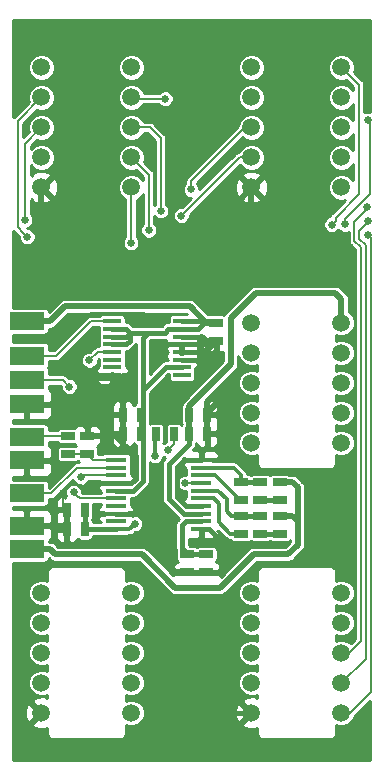
<source format=gbr>
G04 #@! TF.GenerationSoftware,KiCad,Pcbnew,5.0.2+dfsg1-1*
G04 #@! TF.CreationDate,2019-05-06T01:44:38+03:00*
G04 #@! TF.ProjectId,cps1_adapter,63707331-5f61-4646-9170-7465722e6b69,rev?*
G04 #@! TF.SameCoordinates,Original*
G04 #@! TF.FileFunction,Copper,L1,Top*
G04 #@! TF.FilePolarity,Positive*
%FSLAX46Y46*%
G04 Gerber Fmt 4.6, Leading zero omitted, Abs format (unit mm)*
G04 Created by KiCad (PCBNEW 5.0.2+dfsg1-1) date 2019-05-06T01:44:38 EEST*
%MOMM*%
%LPD*%
G01*
G04 APERTURE LIST*
G04 #@! TA.AperFunction,SMDPad,CuDef*
%ADD10R,1.143000X0.635000*%
G04 #@! TD*
G04 #@! TA.AperFunction,SMDPad,CuDef*
%ADD11R,1.750000X0.450000*%
G04 #@! TD*
G04 #@! TA.AperFunction,SMDPad,CuDef*
%ADD12R,1.500000X0.450000*%
G04 #@! TD*
G04 #@! TA.AperFunction,ComponentPad*
%ADD13C,1.500000*%
G04 #@! TD*
G04 #@! TA.AperFunction,SMDPad,CuDef*
%ADD14R,0.635000X1.143000*%
G04 #@! TD*
G04 #@! TA.AperFunction,SMDPad,CuDef*
%ADD15R,3.000000X1.500000*%
G04 #@! TD*
G04 #@! TA.AperFunction,ViaPad*
%ADD16C,0.660000*%
G04 #@! TD*
G04 #@! TA.AperFunction,Conductor*
%ADD17C,0.400000*%
G04 #@! TD*
G04 #@! TA.AperFunction,Conductor*
%ADD18C,0.500000*%
G04 #@! TD*
G04 #@! TA.AperFunction,Conductor*
%ADD19C,0.200000*%
G04 #@! TD*
G04 #@! TA.AperFunction,Conductor*
%ADD20C,0.300000*%
G04 #@! TD*
G04 #@! TA.AperFunction,Conductor*
%ADD21C,0.254000*%
G04 #@! TD*
G04 APERTURE END LIST*
D10*
G04 #@! TO.P,R7,1*
G04 #@! TO.N,Net-(C9-Pad2)*
X61970000Y-74982000D03*
G04 #@! TO.P,R7,2*
G04 #@! TO.N,Net-(R5-Pad1)*
X61970000Y-73458000D03*
G04 #@! TD*
D11*
G04 #@! TO.P,U2,1*
G04 #@! TO.N,Net-(R1-Pad2)*
X49750000Y-68755000D03*
G04 #@! TO.P,U2,2*
G04 #@! TO.N,/SO*
X49750000Y-69405000D03*
G04 #@! TO.P,U2,3*
G04 #@! TO.N,/LRCLK*
X49750000Y-70055000D03*
G04 #@! TO.P,U2,4*
G04 #@! TO.N,GND*
X49750000Y-70705000D03*
G04 #@! TO.P,U2,5*
G04 #@! TO.N,/DVDD3V3*
X49750000Y-71355000D03*
G04 #@! TO.P,U2,6*
G04 #@! TO.N,/oC1*
X49750000Y-72005000D03*
G04 #@! TO.P,U2,7*
G04 #@! TO.N,Net-(U2-Pad7)*
X49750000Y-72655000D03*
G04 #@! TO.P,U2,8*
G04 #@! TO.N,GND*
X49750000Y-73305000D03*
G04 #@! TO.P,U2,9*
G04 #@! TO.N,Net-(U2-Pad9)*
X49750000Y-73955000D03*
G04 #@! TO.P,U2,10*
G04 #@! TO.N,/VMID*
X49750000Y-74605000D03*
G04 #@! TO.P,U2,11*
G04 #@! TO.N,GND*
X56950000Y-74605000D03*
G04 #@! TO.P,U2,12*
G04 #@! TO.N,Net-(C5-Pad1)*
X56950000Y-73955000D03*
G04 #@! TO.P,U2,13*
G04 #@! TO.N,/DVDD5V*
X56950000Y-73305000D03*
G04 #@! TO.P,U2,14*
G04 #@! TO.N,GND*
X56950000Y-72655000D03*
G04 #@! TO.P,U2,15*
G04 #@! TO.N,Net-(R5-Pad2)*
X56950000Y-72005000D03*
G04 #@! TO.P,U2,16*
G04 #@! TO.N,Net-(R5-Pad1)*
X56950000Y-71355000D03*
G04 #@! TO.P,U2,17*
G04 #@! TO.N,Net-(R4-Pad2)*
X56950000Y-70705000D03*
G04 #@! TO.P,U2,18*
G04 #@! TO.N,Net-(R3-Pad2)*
X56950000Y-70055000D03*
G04 #@! TO.P,U2,19*
G04 #@! TO.N,Net-(R3-Pad1)*
X56950000Y-69405000D03*
G04 #@! TO.P,U2,20*
G04 #@! TO.N,GND*
X56950000Y-68755000D03*
G04 #@! TD*
D12*
G04 #@! TO.P,U1,1*
G04 #@! TO.N,/SH1*
X49440000Y-57005000D03*
G04 #@! TO.P,U1,2*
G04 #@! TO.N,/DVDD3V3*
X49440000Y-57655000D03*
G04 #@! TO.P,U1,3*
X49440000Y-58305000D03*
G04 #@! TO.P,U1,4*
X49440000Y-58955000D03*
G04 #@! TO.P,U1,5*
G04 #@! TO.N,/LRCLK*
X49440000Y-59605000D03*
G04 #@! TO.P,U1,6*
G04 #@! TO.N,Net-(U1-Pad6)*
X49440000Y-60255000D03*
G04 #@! TO.P,U1,7*
G04 #@! TO.N,Net-(U1-Pad7)*
X49440000Y-60905000D03*
G04 #@! TO.P,U1,8*
G04 #@! TO.N,GND*
X49440000Y-61555000D03*
G04 #@! TO.P,U1,9*
G04 #@! TO.N,Net-(U1-Pad9)*
X55340000Y-61555000D03*
G04 #@! TO.P,U1,10*
G04 #@! TO.N,/DVDD3V3*
X55340000Y-60905000D03*
G04 #@! TO.P,U1,11*
G04 #@! TO.N,GND*
X55340000Y-60255000D03*
G04 #@! TO.P,U1,12*
X55340000Y-59605000D03*
G04 #@! TO.P,U1,13*
X55340000Y-58955000D03*
G04 #@! TO.P,U1,14*
X55340000Y-58305000D03*
G04 #@! TO.P,U1,15*
G04 #@! TO.N,/DVDD3V3*
X55340000Y-57655000D03*
G04 #@! TO.P,U1,16*
X55340000Y-57005000D03*
G04 #@! TD*
D13*
G04 #@! TO.P,J5,1*
G04 #@! TO.N,Net-(J5-Pad1)*
X43445000Y-35500000D03*
G04 #@! TO.P,J5,6*
G04 #@! TO.N,/R3*
X51065000Y-45660000D03*
G04 #@! TO.P,J5,2*
G04 #@! TO.N,/R0*
X43445000Y-38040000D03*
G04 #@! TO.P,J5,7*
G04 #@! TO.N,/F0*
X51065000Y-43120000D03*
G04 #@! TO.P,J5,3*
G04 #@! TO.N,/R1*
X43445000Y-40580000D03*
G04 #@! TO.P,J5,8*
G04 #@! TO.N,/F1*
X51065000Y-40580000D03*
G04 #@! TO.P,J5,4*
G04 #@! TO.N,/R2*
X43445000Y-43120000D03*
G04 #@! TO.P,J5,9*
G04 #@! TO.N,/F2*
X51065000Y-38040000D03*
G04 #@! TO.P,J5,5*
G04 #@! TO.N,GND*
X43445000Y-45660000D03*
G04 #@! TO.P,J5,10*
G04 #@! TO.N,/F3*
X51065000Y-35500000D03*
G04 #@! TD*
G04 #@! TO.P,J3,10*
G04 #@! TO.N,/DVDD5V*
X68845000Y-57140000D03*
G04 #@! TO.P,J3,5*
G04 #@! TO.N,Net-(J3-Pad5)*
X61225000Y-67300000D03*
G04 #@! TO.P,J3,9*
G04 #@! TO.N,Net-(J3-Pad9)*
X68845000Y-59680000D03*
G04 #@! TO.P,J3,4*
G04 #@! TO.N,Net-(J3-Pad4)*
X61225000Y-64760000D03*
G04 #@! TO.P,J3,8*
G04 #@! TO.N,Net-(J3-Pad8)*
X68845000Y-62220000D03*
G04 #@! TO.P,J3,3*
G04 #@! TO.N,Net-(J3-Pad3)*
X61225000Y-62220000D03*
G04 #@! TO.P,J3,7*
G04 #@! TO.N,Net-(J3-Pad7)*
X68845000Y-64760000D03*
G04 #@! TO.P,J3,2*
G04 #@! TO.N,Net-(J3-Pad2)*
X61225000Y-59680000D03*
G04 #@! TO.P,J3,6*
G04 #@! TO.N,Net-(J3-Pad6)*
X68845000Y-67300000D03*
G04 #@! TO.P,J3,1*
G04 #@! TO.N,Net-(J3-Pad1)*
X61225000Y-57140000D03*
G04 #@! TD*
G04 #@! TO.P,J2,1*
G04 #@! TO.N,Net-(J2-Pad1)*
X43445000Y-80000000D03*
G04 #@! TO.P,J2,6*
G04 #@! TO.N,/R3*
X51065000Y-90160000D03*
G04 #@! TO.P,J2,2*
G04 #@! TO.N,/R0*
X43445000Y-82540000D03*
G04 #@! TO.P,J2,7*
G04 #@! TO.N,/F0*
X51065000Y-87620000D03*
G04 #@! TO.P,J2,3*
G04 #@! TO.N,/R1*
X43445000Y-85080000D03*
G04 #@! TO.P,J2,8*
G04 #@! TO.N,/F1*
X51065000Y-85080000D03*
G04 #@! TO.P,J2,4*
G04 #@! TO.N,/R2*
X43445000Y-87620000D03*
G04 #@! TO.P,J2,9*
G04 #@! TO.N,/F2*
X51065000Y-82540000D03*
G04 #@! TO.P,J2,5*
G04 #@! TO.N,GND*
X43445000Y-90160000D03*
G04 #@! TO.P,J2,10*
G04 #@! TO.N,/F3*
X51065000Y-80000000D03*
G04 #@! TD*
G04 #@! TO.P,J1,10*
G04 #@! TO.N,/G3*
X68845000Y-80000000D03*
G04 #@! TO.P,J1,5*
G04 #@! TO.N,GND*
X61225000Y-90160000D03*
G04 #@! TO.P,J1,9*
G04 #@! TO.N,/G2*
X68845000Y-82540000D03*
G04 #@! TO.P,J1,4*
G04 #@! TO.N,/B2*
X61225000Y-87620000D03*
G04 #@! TO.P,J1,8*
G04 #@! TO.N,/G1*
X68845000Y-85080000D03*
G04 #@! TO.P,J1,3*
G04 #@! TO.N,/B1*
X61225000Y-85080000D03*
G04 #@! TO.P,J1,7*
G04 #@! TO.N,/G0*
X68845000Y-87620000D03*
G04 #@! TO.P,J1,2*
G04 #@! TO.N,/B0*
X61225000Y-82540000D03*
G04 #@! TO.P,J1,6*
G04 #@! TO.N,/B3*
X68845000Y-90160000D03*
G04 #@! TO.P,J1,1*
G04 #@! TO.N,Net-(J1-Pad1)*
X61225000Y-80000000D03*
G04 #@! TD*
G04 #@! TO.P,J4,1*
G04 #@! TO.N,Net-(J4-Pad1)*
X61225000Y-35500000D03*
G04 #@! TO.P,J4,6*
G04 #@! TO.N,/B3*
X68845000Y-45660000D03*
G04 #@! TO.P,J4,2*
G04 #@! TO.N,/B0*
X61225000Y-38040000D03*
G04 #@! TO.P,J4,7*
G04 #@! TO.N,/G0*
X68845000Y-43120000D03*
G04 #@! TO.P,J4,3*
G04 #@! TO.N,/B1*
X61225000Y-40580000D03*
G04 #@! TO.P,J4,8*
G04 #@! TO.N,/G1*
X68845000Y-40580000D03*
G04 #@! TO.P,J4,4*
G04 #@! TO.N,/B2*
X61225000Y-43120000D03*
G04 #@! TO.P,J4,9*
G04 #@! TO.N,/G2*
X68845000Y-38040000D03*
G04 #@! TO.P,J4,5*
G04 #@! TO.N,GND*
X61225000Y-45660000D03*
G04 #@! TO.P,J4,10*
G04 #@! TO.N,/G3*
X68845000Y-35500000D03*
G04 #@! TD*
D14*
G04 #@! TO.P,C2,1*
G04 #@! TO.N,/DVDD3V3*
X51852000Y-64900000D03*
G04 #@! TO.P,C2,2*
G04 #@! TO.N,GND*
X50328000Y-64900000D03*
G04 #@! TD*
G04 #@! TO.P,C3,2*
G04 #@! TO.N,GND*
X45588000Y-74610000D03*
G04 #@! TO.P,C3,1*
G04 #@! TO.N,/VMID*
X47112000Y-74610000D03*
G04 #@! TD*
G04 #@! TO.P,C4,1*
G04 #@! TO.N,/VMID*
X47122000Y-72980000D03*
G04 #@! TO.P,C4,2*
G04 #@! TO.N,GND*
X45598000Y-72980000D03*
G04 #@! TD*
D10*
G04 #@! TO.P,C5,1*
G04 #@! TO.N,Net-(C5-Pad1)*
X57410000Y-76748000D03*
G04 #@! TO.P,C5,2*
G04 #@! TO.N,GND*
X57410000Y-78272000D03*
G04 #@! TD*
D14*
G04 #@! TO.P,C11,1*
G04 #@! TO.N,/DVDD5V*
X55938000Y-66530000D03*
G04 #@! TO.P,C11,2*
G04 #@! TO.N,GND*
X57462000Y-66530000D03*
G04 #@! TD*
G04 #@! TO.P,C10,2*
G04 #@! TO.N,GND*
X57452000Y-64900000D03*
G04 #@! TO.P,C10,1*
G04 #@! TO.N,/DVDD5V*
X55928000Y-64900000D03*
G04 #@! TD*
D10*
G04 #@! TO.P,C9,1*
G04 #@! TO.N,/DAO*
X63610000Y-73458000D03*
G04 #@! TO.P,C9,2*
G04 #@! TO.N,Net-(C9-Pad2)*
X63610000Y-74982000D03*
G04 #@! TD*
G04 #@! TO.P,C8,2*
G04 #@! TO.N,Net-(C8-Pad2)*
X63600000Y-72142000D03*
G04 #@! TO.P,C8,1*
G04 #@! TO.N,/DAO*
X63600000Y-70618000D03*
G04 #@! TD*
G04 #@! TO.P,C7,1*
G04 #@! TO.N,Net-(C5-Pad1)*
X55780000Y-76748000D03*
G04 #@! TO.P,C7,2*
G04 #@! TO.N,GND*
X55780000Y-78272000D03*
G04 #@! TD*
G04 #@! TO.P,C6,2*
G04 #@! TO.N,GND*
X58230000Y-58652000D03*
G04 #@! TO.P,C6,1*
G04 #@! TO.N,/DVDD3V3*
X58230000Y-57128000D03*
G04 #@! TD*
D14*
G04 #@! TO.P,C1,1*
G04 #@! TO.N,/DVDD3V3*
X51852000Y-66530000D03*
G04 #@! TO.P,C1,2*
G04 #@! TO.N,GND*
X50328000Y-66530000D03*
G04 #@! TD*
D10*
G04 #@! TO.P,R6,2*
G04 #@! TO.N,Net-(R3-Pad1)*
X61970000Y-70618000D03*
G04 #@! TO.P,R6,1*
G04 #@! TO.N,Net-(C8-Pad2)*
X61970000Y-72142000D03*
G04 #@! TD*
D14*
G04 #@! TO.P,R4,1*
G04 #@! TO.N,/VMID*
X53138000Y-66540000D03*
G04 #@! TO.P,R4,2*
G04 #@! TO.N,Net-(R4-Pad2)*
X54662000Y-66540000D03*
G04 #@! TD*
D10*
G04 #@! TO.P,R3,2*
G04 #@! TO.N,Net-(R3-Pad2)*
X60320000Y-72142000D03*
G04 #@! TO.P,R3,1*
G04 #@! TO.N,Net-(R3-Pad1)*
X60320000Y-70618000D03*
G04 #@! TD*
G04 #@! TO.P,R2,1*
G04 #@! TO.N,Net-(R1-Pad2)*
X47310000Y-68242000D03*
G04 #@! TO.P,R2,2*
G04 #@! TO.N,GND*
X47310000Y-66718000D03*
G04 #@! TD*
G04 #@! TO.P,R1,2*
G04 #@! TO.N,Net-(R1-Pad2)*
X45690000Y-68242000D03*
G04 #@! TO.P,R1,1*
G04 #@! TO.N,/oCM*
X45690000Y-66718000D03*
G04 #@! TD*
G04 #@! TO.P,R5,1*
G04 #@! TO.N,Net-(R5-Pad1)*
X60330000Y-73458000D03*
G04 #@! TO.P,R5,2*
G04 #@! TO.N,Net-(R5-Pad2)*
X60330000Y-74982000D03*
G04 #@! TD*
D15*
G04 #@! TO.P,TP9,1*
G04 #@! TO.N,/oCM*
X42200000Y-66780000D03*
G04 #@! TD*
G04 #@! TO.P,TP8,1*
G04 #@! TO.N,GND*
X42200000Y-68790000D03*
G04 #@! TD*
G04 #@! TO.P,TP7,1*
G04 #@! TO.N,/SH1*
X42200000Y-59910000D03*
G04 #@! TD*
G04 #@! TO.P,TP6,1*
G04 #@! TO.N,/oC1*
X42200000Y-61970000D03*
G04 #@! TD*
G04 #@! TO.P,TP5,1*
G04 #@! TO.N,GND*
X42200000Y-64020000D03*
G04 #@! TD*
G04 #@! TO.P,TP4,1*
G04 #@! TO.N,/SO*
X42200000Y-71560000D03*
G04 #@! TD*
G04 #@! TO.P,TP3,1*
G04 #@! TO.N,/DVDD3V3*
X42200000Y-56990000D03*
G04 #@! TD*
G04 #@! TO.P,TP2,1*
G04 #@! TO.N,/DAO*
X42200000Y-76310000D03*
G04 #@! TD*
G04 #@! TO.P,TP1,1*
G04 #@! TO.N,GND*
X42200000Y-74310000D03*
G04 #@! TD*
D16*
G04 #@! TO.N,GND*
X45300000Y-69540000D03*
X45300000Y-71540000D03*
X45300000Y-64010000D03*
X45840000Y-61460000D03*
X42680000Y-78210000D03*
X55440000Y-71730000D03*
X52940000Y-74130000D03*
X59330000Y-76980000D03*
X57900000Y-81210000D03*
X43340000Y-49740000D03*
X58790000Y-63400000D03*
X58330000Y-60110000D03*
X46490000Y-53760000D03*
X53900000Y-62910000D03*
X50990000Y-62370000D03*
X52980000Y-59500000D03*
X66580000Y-76380000D03*
X66580000Y-74240000D03*
X66580000Y-72360000D03*
X66580000Y-70690000D03*
X45240030Y-57810000D03*
X52990000Y-57230000D03*
X48070000Y-54020000D03*
X49860000Y-54030000D03*
X51650000Y-54030000D03*
X53410000Y-54040000D03*
X54870000Y-54040000D03*
X56460000Y-54040000D03*
X57880000Y-54040000D03*
X59550000Y-53220000D03*
X60880000Y-53210000D03*
X62220000Y-53220000D03*
X63540000Y-53230000D03*
X64980000Y-53220000D03*
X66440000Y-53230000D03*
X67800000Y-53230000D03*
X69150000Y-53240000D03*
X57910000Y-82280000D03*
X58860000Y-83220000D03*
X58840000Y-81760000D03*
X56350000Y-80760000D03*
X56500000Y-84620000D03*
X55590000Y-83740000D03*
X54700000Y-82840000D03*
X54680000Y-84630000D03*
X55550000Y-85480000D03*
X56340000Y-86200000D03*
X57400000Y-87230000D03*
X57400000Y-85520000D03*
G04 #@! TO.N,/oC1*
X45800000Y-62530000D03*
X46160012Y-71500026D03*
G04 #@! TO.N,/VMID*
X51350000Y-74130000D03*
X53060000Y-68380000D03*
G04 #@! TO.N,Net-(R4-Pad2)*
X55610000Y-70700000D03*
X54190000Y-67910000D03*
G04 #@! TO.N,/B3*
X71085000Y-49670000D03*
G04 #@! TO.N,/G0*
X71060000Y-48540000D03*
G04 #@! TO.N,/B1*
X56100000Y-45840000D03*
G04 #@! TO.N,/G1*
X71040000Y-47360000D03*
G04 #@! TO.N,/B2*
X55280000Y-48050000D03*
G04 #@! TO.N,/G2*
X69150000Y-48800000D03*
X71050000Y-39990000D03*
G04 #@! TO.N,/G3*
X68010000Y-48820000D03*
G04 #@! TO.N,/R3*
X51030000Y-50370000D03*
G04 #@! TO.N,/R0*
X42230000Y-49850000D03*
G04 #@! TO.N,/F0*
X52530000Y-49290000D03*
G04 #@! TO.N,/R1*
X42050000Y-48430000D03*
G04 #@! TO.N,/F1*
X53540000Y-47650000D03*
G04 #@! TO.N,/F2*
X53920000Y-38160000D03*
G04 #@! TO.N,/LRCLK*
X46810000Y-70220000D03*
X47500000Y-60300000D03*
G04 #@! TD*
D17*
G04 #@! TO.N,Net-(C9-Pad2)*
X61970000Y-74982000D02*
X63610000Y-74982000D01*
D18*
G04 #@! TO.N,GND*
X45288000Y-74310000D02*
X45588000Y-74610000D01*
X42200000Y-74310000D02*
X45288000Y-74310000D01*
X45588000Y-72990000D02*
X45598000Y-72980000D01*
X45588000Y-74610000D02*
X45588000Y-72990000D01*
X45588000Y-74864000D02*
X45590000Y-74866000D01*
X45588000Y-74610000D02*
X45588000Y-74864000D01*
D19*
X42200000Y-68790000D02*
X44550000Y-68790000D01*
X44550000Y-68790000D02*
X45300000Y-69540000D01*
X45300000Y-72682000D02*
X45598000Y-72980000D01*
X45300000Y-71540000D02*
X45300000Y-72682000D01*
X45857611Y-70870025D02*
X46830025Y-70870025D01*
X45300000Y-71540000D02*
X45300000Y-71427636D01*
X45300000Y-71427636D02*
X45857611Y-70870025D01*
X46830025Y-70870025D02*
X47100000Y-71140000D01*
X47100000Y-71140000D02*
X48190000Y-71140000D01*
X48625000Y-70705000D02*
X49750000Y-70705000D01*
X48190000Y-71140000D02*
X48625000Y-70705000D01*
D17*
X51025000Y-70705000D02*
X51410000Y-70320000D01*
X49750000Y-70705000D02*
X51025000Y-70705000D01*
X51410000Y-70320000D02*
X51410000Y-68440000D01*
X49688000Y-66718000D02*
X47310000Y-66718000D01*
X51410000Y-68440000D02*
X49688000Y-66718000D01*
X57141500Y-58305000D02*
X55340000Y-58305000D01*
X58460000Y-58652000D02*
X57488500Y-58652000D01*
X57488500Y-58652000D02*
X57141500Y-58305000D01*
X58157000Y-58955000D02*
X58460000Y-58652000D01*
X57160000Y-59605000D02*
X57810000Y-58955000D01*
X55340000Y-59605000D02*
X57160000Y-59605000D01*
X55340000Y-58955000D02*
X57810000Y-58955000D01*
X57810000Y-58955000D02*
X58157000Y-58955000D01*
X55340000Y-60255000D02*
X57165000Y-60255000D01*
X58206000Y-58652000D02*
X58460000Y-58652000D01*
X57165000Y-59693000D02*
X58206000Y-58652000D01*
X57165000Y-60255000D02*
X57165000Y-59693000D01*
X51645000Y-73305000D02*
X49750000Y-73305000D01*
X45588000Y-75581500D02*
X46076500Y-76070000D01*
X46076500Y-76070000D02*
X51630000Y-76070000D01*
X51630000Y-76070000D02*
X52160000Y-75540000D01*
X45588000Y-74610000D02*
X45588000Y-75581500D01*
X52160000Y-73820000D02*
X51645000Y-73305000D01*
X49876000Y-66530000D02*
X49688000Y-66718000D01*
X50328000Y-66530000D02*
X49876000Y-66530000D01*
X50328000Y-66530000D02*
X50328000Y-64900000D01*
X42200000Y-64020000D02*
X45290000Y-64020000D01*
X45290000Y-64020000D02*
X45300000Y-64010000D01*
X45300000Y-64010000D02*
X47380000Y-66090000D01*
X47380000Y-66648000D02*
X47310000Y-66718000D01*
X47380000Y-66090000D02*
X47380000Y-66648000D01*
D19*
X45840000Y-61460000D02*
X47360000Y-61460000D01*
X47455000Y-61555000D02*
X49440000Y-61555000D01*
X47360000Y-61460000D02*
X47455000Y-61555000D01*
D17*
X41470000Y-88185000D02*
X41470000Y-84860000D01*
X43445000Y-90160000D02*
X41470000Y-88185000D01*
X41470000Y-84860000D02*
X41470000Y-79420000D01*
X41470000Y-79420000D02*
X42680000Y-78210000D01*
X59760000Y-90160000D02*
X61225000Y-90160000D01*
X59660000Y-90260000D02*
X59760000Y-90160000D01*
X57400000Y-88000000D02*
X59660000Y-90260000D01*
X43009999Y-77880001D02*
X44009999Y-77880001D01*
X42680000Y-78210000D02*
X43009999Y-77880001D01*
X44270000Y-77620000D02*
X51220000Y-77620000D01*
X44009999Y-77880001D02*
X44270000Y-77620000D01*
X55675000Y-72655000D02*
X54880000Y-71860000D01*
X56950000Y-72655000D02*
X55675000Y-72655000D01*
X54880000Y-71860000D02*
X54880000Y-69370000D01*
X55495000Y-68755000D02*
X56950000Y-68755000D01*
X54880000Y-69370000D02*
X55495000Y-68755000D01*
X56950000Y-68130000D02*
X57480000Y-67600000D01*
X56950000Y-68755000D02*
X56950000Y-68130000D01*
X57462000Y-67582000D02*
X57462000Y-66530000D01*
X57480000Y-67600000D02*
X57462000Y-67582000D01*
X54880000Y-71860000D02*
X55310000Y-71860000D01*
X55310000Y-71860000D02*
X55440000Y-71730000D01*
X52160000Y-74150000D02*
X52160000Y-73820000D01*
X52180000Y-74130000D02*
X52940000Y-74130000D01*
X52160000Y-74150000D02*
X52180000Y-74130000D01*
X55780000Y-78272000D02*
X57410000Y-78272000D01*
X57600000Y-74605000D02*
X56950000Y-74605000D01*
X58660000Y-75665000D02*
X57600000Y-74605000D01*
X57410000Y-78272000D02*
X58381500Y-78272000D01*
X58381500Y-78272000D02*
X58660000Y-77993500D01*
D18*
X54708500Y-78272000D02*
X52160000Y-75723500D01*
X55780000Y-78272000D02*
X54708500Y-78272000D01*
X52160000Y-75723500D02*
X52160000Y-75310000D01*
D17*
X52160000Y-75540000D02*
X52160000Y-75310000D01*
X52160000Y-75310000D02*
X52160000Y-74150000D01*
X59210000Y-76860000D02*
X59330000Y-76980000D01*
X58660000Y-76860000D02*
X59210000Y-76860000D01*
X58660000Y-76860000D02*
X58660000Y-75665000D01*
X58660000Y-77993500D02*
X58660000Y-76860000D01*
X56903310Y-81740000D02*
X55340000Y-81740000D01*
X57900000Y-81210000D02*
X57433310Y-81210000D01*
X57433310Y-81210000D02*
X56903310Y-81740000D01*
X51220000Y-77620000D02*
X55340000Y-81740000D01*
X55340000Y-81740000D02*
X57400000Y-83800000D01*
D18*
X61225000Y-48275000D02*
X61225000Y-45660000D01*
X57320000Y-52180000D02*
X61225000Y-48275000D01*
X43445000Y-45660000D02*
X43445000Y-48735000D01*
X46890000Y-52180000D02*
X57320000Y-52180000D01*
X43445000Y-48735000D02*
X46890000Y-52180000D01*
X43445000Y-48735000D02*
X43445000Y-49635000D01*
X43445000Y-49635000D02*
X43340000Y-49740000D01*
X57462000Y-64910000D02*
X57452000Y-64900000D01*
X57462000Y-66530000D02*
X57462000Y-64910000D01*
X57452000Y-64900000D02*
X57452000Y-64738000D01*
X57452000Y-64738000D02*
X58790000Y-63400000D01*
X58330000Y-58752000D02*
X58230000Y-58652000D01*
X58330000Y-60110000D02*
X58330000Y-58752000D01*
X46890000Y-52893310D02*
X46890000Y-52180000D01*
X46490000Y-53293310D02*
X46890000Y-52893310D01*
X46490000Y-53760000D02*
X46490000Y-53293310D01*
X58000001Y-60680001D02*
X55810002Y-62870000D01*
X58330000Y-60110000D02*
X58000001Y-60439999D01*
X58000001Y-60439999D02*
X58000001Y-60680001D01*
X55810002Y-62870000D02*
X53940000Y-62870000D01*
X53940000Y-62870000D02*
X53900000Y-62910000D01*
X46169999Y-61789999D02*
X45840000Y-61460000D01*
X50990000Y-62370000D02*
X50660001Y-62040001D01*
X49925001Y-62040001D02*
X49465001Y-61580001D01*
X50660001Y-62040001D02*
X49925001Y-62040001D01*
X49465001Y-61580001D02*
X49414999Y-61580001D01*
X49414999Y-61580001D02*
X49205001Y-61789999D01*
X49205001Y-61789999D02*
X46169999Y-61789999D01*
D17*
X54190000Y-58955000D02*
X53625000Y-59520000D01*
X55340000Y-58955000D02*
X54190000Y-58955000D01*
X53625000Y-59520000D02*
X53000000Y-59520000D01*
X53000000Y-59520000D02*
X52980000Y-59500000D01*
X66580000Y-76380000D02*
X66580000Y-74240000D01*
X66580000Y-72360000D02*
X66580000Y-70690000D01*
X66580000Y-70690000D02*
X65700000Y-69810000D01*
X65700000Y-69810000D02*
X61470000Y-69810000D01*
X58190000Y-66530000D02*
X57462000Y-66530000D01*
X61470000Y-69810000D02*
X58190000Y-66530000D01*
D20*
X46163590Y-57810000D02*
X47603590Y-56370000D01*
X45240030Y-57810000D02*
X46163590Y-57810000D01*
X47603590Y-56370000D02*
X52130000Y-56370000D01*
X52130000Y-56370000D02*
X52990000Y-57230000D01*
D18*
X48070000Y-54020000D02*
X49850000Y-54020000D01*
X49850000Y-54020000D02*
X49860000Y-54030000D01*
X51650000Y-54030000D02*
X53400000Y-54030000D01*
X53400000Y-54030000D02*
X53410000Y-54040000D01*
X54870000Y-54040000D02*
X56460000Y-54040000D01*
X57880000Y-54040000D02*
X58730000Y-54040000D01*
X58730000Y-54040000D02*
X59550000Y-53220000D01*
X60880000Y-53210000D02*
X62210000Y-53210000D01*
X62210000Y-53210000D02*
X62220000Y-53220000D01*
X63540000Y-53230000D02*
X64970000Y-53230000D01*
X64970000Y-53230000D02*
X64980000Y-53220000D01*
X66440000Y-53230000D02*
X67800000Y-53230000D01*
X67800000Y-53230000D02*
X69140000Y-53230000D01*
X69140000Y-53230000D02*
X69150000Y-53240000D01*
X57910000Y-82280000D02*
X57920000Y-82280000D01*
X57920000Y-82280000D02*
X58860000Y-83220000D01*
X57910000Y-82280000D02*
X57870000Y-82280000D01*
X57870000Y-82280000D02*
X56350000Y-80760000D01*
X57400000Y-85640000D02*
X57400000Y-85520000D01*
D17*
X57400000Y-83800000D02*
X57400000Y-85640000D01*
D18*
X55590000Y-83740000D02*
X55590000Y-83730000D01*
X55590000Y-83730000D02*
X54700000Y-82840000D01*
X54680000Y-84630000D02*
X54700000Y-84630000D01*
X54700000Y-84630000D02*
X55550000Y-85480000D01*
X56370000Y-86200000D02*
X57400000Y-87230000D01*
X56340000Y-86200000D02*
X56370000Y-86200000D01*
D17*
X57400000Y-85640000D02*
X57400000Y-87230000D01*
X57400000Y-87230000D02*
X57400000Y-88000000D01*
D18*
X56500000Y-84620000D02*
X57400000Y-85520000D01*
G04 #@! TO.N,/DAO*
X64671500Y-70618000D02*
X63600000Y-70618000D01*
X65130000Y-71076500D02*
X64671500Y-70618000D01*
X64681500Y-73458000D02*
X65130000Y-73906500D01*
X65130000Y-73906500D02*
X65130000Y-74170000D01*
X63610000Y-73458000D02*
X64681500Y-73458000D01*
X65130000Y-74170000D02*
X65130000Y-71076500D01*
X65130000Y-75930000D02*
X65130000Y-74170000D01*
X42200000Y-76310000D02*
X44200000Y-76310000D01*
X64330000Y-76730000D02*
X65130000Y-75930000D01*
X44200000Y-76310000D02*
X44620000Y-76730000D01*
X44620000Y-76730000D02*
X51930000Y-76730000D01*
X51930000Y-76730000D02*
X54790000Y-79590000D01*
X54790000Y-79590000D02*
X58540000Y-79590000D01*
X61400000Y-76730000D02*
X64330000Y-76730000D01*
X58540000Y-79590000D02*
X61400000Y-76730000D01*
D17*
G04 #@! TO.N,/DVDD3V3*
X58337000Y-57005000D02*
X58460000Y-57128000D01*
X55340000Y-57655000D02*
X56720000Y-57655000D01*
X55340000Y-57005000D02*
X57370000Y-57005000D01*
X56720000Y-57655000D02*
X57370000Y-57005000D01*
X57370000Y-57005000D02*
X58337000Y-57005000D01*
X54190000Y-57655000D02*
X53860000Y-57985000D01*
X55340000Y-57655000D02*
X54190000Y-57655000D01*
X50590000Y-57655000D02*
X50920000Y-57985000D01*
X49440000Y-57655000D02*
X50590000Y-57655000D01*
X50590000Y-58305000D02*
X50910000Y-57985000D01*
X49440000Y-58305000D02*
X50590000Y-58305000D01*
X50920000Y-57985000D02*
X51530000Y-57985000D01*
X50910000Y-57985000D02*
X51530000Y-57985000D01*
X50910000Y-58635000D02*
X50910000Y-57985000D01*
X50590000Y-58955000D02*
X50910000Y-58635000D01*
X49440000Y-58955000D02*
X50590000Y-58955000D01*
D18*
X44200000Y-56990000D02*
X45450000Y-55740000D01*
X42200000Y-56990000D02*
X44200000Y-56990000D01*
X57388500Y-57128000D02*
X58460000Y-57128000D01*
X56000500Y-55740000D02*
X57388500Y-57128000D01*
X45450000Y-55740000D02*
X56000500Y-55740000D01*
D17*
X51852000Y-66530000D02*
X51852000Y-64900000D01*
X53965000Y-60905000D02*
X55340000Y-60905000D01*
X53950000Y-60890000D02*
X53965000Y-60905000D01*
X52010010Y-70568532D02*
X52010010Y-62829990D01*
X52010010Y-62829990D02*
X53950000Y-60890000D01*
X49750000Y-71355000D02*
X51223542Y-71355000D01*
X51223542Y-71355000D02*
X52010010Y-70568532D01*
X52010010Y-62829990D02*
X52010010Y-58404990D01*
X52010010Y-58404990D02*
X52430000Y-57985000D01*
X51530000Y-57985000D02*
X52430000Y-57985000D01*
X52430000Y-57985000D02*
X53860000Y-57985000D01*
D19*
G04 #@! TO.N,/SO*
X44290000Y-71560000D02*
X42200000Y-71560000D01*
X49750000Y-69405000D02*
X46445000Y-69405000D01*
X46445000Y-69405000D02*
X44290000Y-71560000D01*
G04 #@! TO.N,/oC1*
X45240000Y-61970000D02*
X42200000Y-61970000D01*
X45800000Y-62530000D02*
X45240000Y-61970000D01*
X46664986Y-72005000D02*
X46490011Y-71830025D01*
X46490011Y-71830025D02*
X46160012Y-71500026D01*
X49750000Y-72005000D02*
X46664986Y-72005000D01*
G04 #@! TO.N,/SH1*
X47605000Y-57005000D02*
X48490000Y-57005000D01*
X48490000Y-57005000D02*
X49440000Y-57005000D01*
X42200000Y-59910000D02*
X44700000Y-59910000D01*
X44700000Y-59910000D02*
X47605000Y-57005000D01*
G04 #@! TO.N,/oCM*
X42262000Y-66718000D02*
X42200000Y-66780000D01*
X45690000Y-66718000D02*
X42262000Y-66718000D01*
D17*
G04 #@! TO.N,Net-(R5-Pad1)*
X60330000Y-73458000D02*
X61970000Y-73458000D01*
D20*
X59458500Y-73458000D02*
X60330000Y-73458000D01*
X59110000Y-73109500D02*
X59458500Y-73458000D01*
X59110000Y-72090000D02*
X59110000Y-73109500D01*
X56950000Y-71355000D02*
X58375000Y-71355000D01*
X58375000Y-71355000D02*
X59110000Y-72090000D01*
G04 #@! TO.N,Net-(R5-Pad2)*
X58030002Y-72005000D02*
X58470000Y-72444998D01*
X56950000Y-72005000D02*
X58030002Y-72005000D01*
X58470000Y-72444998D02*
X58470000Y-74030000D01*
X59422000Y-74982000D02*
X60330000Y-74982000D01*
X58470000Y-74030000D02*
X59422000Y-74982000D01*
D19*
G04 #@! TO.N,Net-(R1-Pad2)*
X45690000Y-68242000D02*
X47310000Y-68242000D01*
X47823000Y-68755000D02*
X47310000Y-68242000D01*
X49750000Y-68755000D02*
X47823000Y-68755000D01*
D20*
G04 #@! TO.N,Net-(R3-Pad2)*
X60212000Y-72142000D02*
X60320000Y-72142000D01*
X56950000Y-70055000D02*
X58125000Y-70055000D01*
X58125000Y-70055000D02*
X60212000Y-72142000D01*
D17*
G04 #@! TO.N,Net-(R3-Pad1)*
X60320000Y-70618000D02*
X61970000Y-70618000D01*
D20*
X56950000Y-69405000D02*
X59724500Y-69405000D01*
X60320000Y-70000500D02*
X60320000Y-70618000D01*
X59724500Y-69405000D02*
X60320000Y-70000500D01*
D17*
G04 #@! TO.N,/VMID*
X47112000Y-72990000D02*
X47122000Y-72980000D01*
X47112000Y-74610000D02*
X47112000Y-72990000D01*
X47117000Y-74605000D02*
X47112000Y-74610000D01*
X49750000Y-74605000D02*
X47117000Y-74605000D01*
D20*
X49750000Y-74605000D02*
X50875000Y-74605000D01*
X50875000Y-74605000D02*
X51350000Y-74130000D01*
X53060000Y-66618000D02*
X53138000Y-66540000D01*
X53060000Y-68380000D02*
X53060000Y-66618000D01*
D19*
G04 #@! TO.N,Net-(R4-Pad2)*
X56950000Y-70705000D02*
X55615000Y-70705000D01*
X55615000Y-70705000D02*
X55610000Y-70700000D01*
X54662000Y-67342000D02*
X54662000Y-66540000D01*
X54190000Y-67910000D02*
X54662000Y-67438000D01*
X54662000Y-67438000D02*
X54662000Y-67342000D01*
D17*
G04 #@! TO.N,Net-(C8-Pad2)*
X61970000Y-72142000D02*
X63600000Y-72142000D01*
G04 #@! TO.N,Net-(C5-Pad1)*
X57410000Y-76748000D02*
X55780000Y-76748000D01*
X55675000Y-73955000D02*
X55370000Y-74260000D01*
X56950000Y-73955000D02*
X55675000Y-73955000D01*
X55370000Y-74260000D02*
X55370000Y-76180000D01*
X55780000Y-76590000D02*
X55780000Y-76748000D01*
X55370000Y-76180000D02*
X55780000Y-76590000D01*
D18*
G04 #@! TO.N,/DVDD5V*
X55938000Y-64910000D02*
X55928000Y-64900000D01*
X55938000Y-66530000D02*
X55938000Y-64910000D01*
X68845000Y-55135000D02*
X68845000Y-57140000D01*
X55928000Y-64212000D02*
X59481501Y-60658499D01*
X55928000Y-64900000D02*
X55928000Y-64212000D01*
X59481501Y-60658499D02*
X59481501Y-56708499D01*
X61580000Y-54610000D02*
X68320000Y-54610000D01*
X59481501Y-56708499D02*
X61580000Y-54610000D01*
X68320000Y-54610000D02*
X68845000Y-55135000D01*
D17*
X55938000Y-66530000D02*
X55938000Y-67372000D01*
X55938000Y-67372000D02*
X54220000Y-69090000D01*
X55675000Y-73305000D02*
X56950000Y-73305000D01*
X55476458Y-73305000D02*
X55675000Y-73305000D01*
X54220000Y-72048542D02*
X55476458Y-73305000D01*
X54220000Y-69090000D02*
X54220000Y-72048542D01*
D19*
G04 #@! TO.N,/B3*
X69580000Y-90160000D02*
X71310000Y-88430000D01*
X68845000Y-90160000D02*
X69580000Y-90160000D01*
X71310000Y-88430000D02*
X71310000Y-50219485D01*
X71310000Y-50219485D02*
X71310000Y-49895000D01*
X71310000Y-49895000D02*
X71085000Y-49670000D01*
G04 #@! TO.N,/G0*
X68845000Y-87620000D02*
X70890506Y-85574494D01*
X70890506Y-85574494D02*
X70890506Y-50588627D01*
X70890506Y-50588627D02*
X70330000Y-50028121D01*
X70330000Y-50028121D02*
X70330000Y-49330000D01*
X70330000Y-49330000D02*
X71060000Y-48600000D01*
X71060000Y-48600000D02*
X71060000Y-48540000D01*
G04 #@! TO.N,/B1*
X60660000Y-40580000D02*
X61225000Y-40580000D01*
X56100000Y-45840000D02*
X56100000Y-45140000D01*
X56100000Y-45140000D02*
X60660000Y-40580000D01*
G04 #@! TO.N,/G1*
X71040000Y-47500000D02*
X71040000Y-47360000D01*
X68845000Y-85080000D02*
X69500000Y-85080000D01*
X70480000Y-84100000D02*
X70480000Y-50749090D01*
X70480000Y-50749090D02*
X69929990Y-50199080D01*
X69500000Y-85080000D02*
X70480000Y-84100000D01*
X69929990Y-50199080D02*
X69929990Y-48610010D01*
X69929990Y-48610010D02*
X71040000Y-47500000D01*
G04 #@! TO.N,/B2*
X60210000Y-43120000D02*
X61225000Y-43120000D01*
X55280000Y-48050000D02*
X60210000Y-43120000D01*
G04 #@! TO.N,/G2*
X69150000Y-48333310D02*
X70840000Y-46643310D01*
X69150000Y-48800000D02*
X69150000Y-48333310D01*
X70840000Y-46643310D02*
X70846690Y-46643310D01*
X70846690Y-46643310D02*
X71250000Y-46240000D01*
X71250000Y-46240000D02*
X71250000Y-41920000D01*
X71250000Y-41920000D02*
X71250000Y-40190000D01*
X71250000Y-40190000D02*
X71050000Y-39990000D01*
G04 #@! TO.N,/G3*
X68339999Y-48490001D02*
X68339999Y-48220001D01*
X68010000Y-48820000D02*
X68339999Y-48490001D01*
X68339999Y-48220001D02*
X70310000Y-46250000D01*
X70310000Y-36965000D02*
X68845000Y-35500000D01*
X70310000Y-46250000D02*
X70310000Y-36965000D01*
G04 #@! TO.N,/R3*
X51030000Y-45695000D02*
X51065000Y-45660000D01*
X51030000Y-50370000D02*
X51030000Y-45695000D01*
G04 #@! TO.N,/R0*
X41420000Y-40065000D02*
X41420000Y-49040000D01*
X41900001Y-49520001D02*
X42230000Y-49850000D01*
X41420000Y-49040000D02*
X41900001Y-49520001D01*
X43445000Y-38040000D02*
X41420000Y-40065000D01*
G04 #@! TO.N,/F0*
X52530000Y-48823310D02*
X52530000Y-49290000D01*
X52530000Y-44585000D02*
X52530000Y-48823310D01*
X51065000Y-43120000D02*
X52530000Y-44585000D01*
G04 #@! TO.N,/R1*
X43445000Y-40580000D02*
X42050000Y-41975000D01*
X42050000Y-47963310D02*
X42050000Y-48430000D01*
X42050000Y-41975000D02*
X42050000Y-47963310D01*
G04 #@! TO.N,/F1*
X52600000Y-40580000D02*
X51065000Y-40580000D01*
X53530000Y-41510000D02*
X52600000Y-40580000D01*
X53530000Y-42150000D02*
X53530000Y-41510000D01*
X53540000Y-47650000D02*
X53540000Y-42150000D01*
X53540000Y-42150000D02*
X53530000Y-42150000D01*
G04 #@! TO.N,/F2*
X51185000Y-38160000D02*
X51065000Y-38040000D01*
X53920000Y-38160000D02*
X51185000Y-38160000D01*
G04 #@! TO.N,/LRCLK*
X49750000Y-70055000D02*
X46975000Y-70055000D01*
X46975000Y-70055000D02*
X46810000Y-70220000D01*
X48195000Y-59605000D02*
X49440000Y-59605000D01*
X47500000Y-60300000D02*
X48195000Y-59605000D01*
G04 #@! TD*
D21*
G04 #@! TO.N,GND*
G36*
X71234000Y-39296635D02*
X71191427Y-39279000D01*
X70908573Y-39279000D01*
X70791000Y-39327701D01*
X70791000Y-37012369D01*
X70800422Y-36965000D01*
X70791000Y-36917631D01*
X70791000Y-36917627D01*
X70763092Y-36777323D01*
X70683616Y-36658379D01*
X70683614Y-36658377D01*
X70656781Y-36618219D01*
X70616623Y-36591386D01*
X69909867Y-35884630D01*
X69976000Y-35724970D01*
X69976000Y-35275030D01*
X69803816Y-34859340D01*
X69485660Y-34541184D01*
X69069970Y-34369000D01*
X68620030Y-34369000D01*
X68204340Y-34541184D01*
X67886184Y-34859340D01*
X67714000Y-35275030D01*
X67714000Y-35724970D01*
X67886184Y-36140660D01*
X68204340Y-36458816D01*
X68620030Y-36631000D01*
X69069970Y-36631000D01*
X69229630Y-36564867D01*
X69829001Y-37164238D01*
X69829001Y-37460142D01*
X69803816Y-37399340D01*
X69485660Y-37081184D01*
X69069970Y-36909000D01*
X68620030Y-36909000D01*
X68204340Y-37081184D01*
X67886184Y-37399340D01*
X67714000Y-37815030D01*
X67714000Y-38264970D01*
X67886184Y-38680660D01*
X68204340Y-38998816D01*
X68620030Y-39171000D01*
X69069970Y-39171000D01*
X69485660Y-38998816D01*
X69803816Y-38680660D01*
X69829001Y-38619858D01*
X69829001Y-40000141D01*
X69803816Y-39939340D01*
X69485660Y-39621184D01*
X69069970Y-39449000D01*
X68620030Y-39449000D01*
X68204340Y-39621184D01*
X67886184Y-39939340D01*
X67714000Y-40355030D01*
X67714000Y-40804970D01*
X67886184Y-41220660D01*
X68204340Y-41538816D01*
X68620030Y-41711000D01*
X69069970Y-41711000D01*
X69485660Y-41538816D01*
X69803816Y-41220660D01*
X69829001Y-41159859D01*
X69829000Y-42540141D01*
X69803816Y-42479340D01*
X69485660Y-42161184D01*
X69069970Y-41989000D01*
X68620030Y-41989000D01*
X68204340Y-42161184D01*
X67886184Y-42479340D01*
X67714000Y-42895030D01*
X67714000Y-43344970D01*
X67886184Y-43760660D01*
X68204340Y-44078816D01*
X68620030Y-44251000D01*
X69069970Y-44251000D01*
X69485660Y-44078816D01*
X69803816Y-43760660D01*
X69829000Y-43699860D01*
X69829000Y-45080140D01*
X69803816Y-45019340D01*
X69485660Y-44701184D01*
X69069970Y-44529000D01*
X68620030Y-44529000D01*
X68204340Y-44701184D01*
X67886184Y-45019340D01*
X67714000Y-45435030D01*
X67714000Y-45884970D01*
X67886184Y-46300660D01*
X68204340Y-46618816D01*
X68620030Y-46791000D01*
X69069970Y-46791000D01*
X69102052Y-46777711D01*
X68033377Y-47846387D01*
X67993219Y-47873220D01*
X67966385Y-47913379D01*
X67966383Y-47913381D01*
X67939849Y-47953092D01*
X67886907Y-48032324D01*
X67871655Y-48109000D01*
X67868573Y-48109000D01*
X67607251Y-48217244D01*
X67407244Y-48417251D01*
X67299000Y-48678573D01*
X67299000Y-48961427D01*
X67407244Y-49222749D01*
X67607251Y-49422756D01*
X67868573Y-49531000D01*
X68151427Y-49531000D01*
X68412749Y-49422756D01*
X68590000Y-49245505D01*
X68747251Y-49402756D01*
X69008573Y-49511000D01*
X69291427Y-49511000D01*
X69448990Y-49445735D01*
X69448990Y-50151711D01*
X69439568Y-50199080D01*
X69448990Y-50246449D01*
X69448990Y-50246452D01*
X69476898Y-50386756D01*
X69583209Y-50545861D01*
X69623370Y-50572696D01*
X69999001Y-50948328D01*
X69999000Y-83900764D01*
X69632120Y-84267644D01*
X69485660Y-84121184D01*
X69069970Y-83949000D01*
X68620030Y-83949000D01*
X68371000Y-84052151D01*
X68371000Y-83567849D01*
X68620030Y-83671000D01*
X69069970Y-83671000D01*
X69485660Y-83498816D01*
X69803816Y-83180660D01*
X69976000Y-82764970D01*
X69976000Y-82315030D01*
X69803816Y-81899340D01*
X69485660Y-81581184D01*
X69069970Y-81409000D01*
X68620030Y-81409000D01*
X68371000Y-81512151D01*
X68371000Y-81027849D01*
X68620030Y-81131000D01*
X69069970Y-81131000D01*
X69485660Y-80958816D01*
X69803816Y-80640660D01*
X69976000Y-80224970D01*
X69976000Y-79775030D01*
X69803816Y-79359340D01*
X69485660Y-79041184D01*
X69069970Y-78869000D01*
X68620030Y-78869000D01*
X68371000Y-78972151D01*
X68371000Y-78222445D01*
X68379443Y-78180000D01*
X68345992Y-78011832D01*
X68250733Y-77869267D01*
X68108168Y-77774008D01*
X67982445Y-77749000D01*
X67940000Y-77740557D01*
X67897555Y-77749000D01*
X62097555Y-77749000D01*
X61971832Y-77774008D01*
X61829267Y-77869267D01*
X61734008Y-78011832D01*
X61700557Y-78180000D01*
X61709001Y-78222450D01*
X61709001Y-78976294D01*
X61449970Y-78869000D01*
X61000030Y-78869000D01*
X60584340Y-79041184D01*
X60266184Y-79359340D01*
X60094000Y-79775030D01*
X60094000Y-80224970D01*
X60266184Y-80640660D01*
X60584340Y-80958816D01*
X61000030Y-81131000D01*
X61449970Y-81131000D01*
X61709001Y-81023706D01*
X61709001Y-81516294D01*
X61449970Y-81409000D01*
X61000030Y-81409000D01*
X60584340Y-81581184D01*
X60266184Y-81899340D01*
X60094000Y-82315030D01*
X60094000Y-82764970D01*
X60266184Y-83180660D01*
X60584340Y-83498816D01*
X61000030Y-83671000D01*
X61449970Y-83671000D01*
X61709001Y-83563706D01*
X61709001Y-84056294D01*
X61449970Y-83949000D01*
X61000030Y-83949000D01*
X60584340Y-84121184D01*
X60266184Y-84439340D01*
X60094000Y-84855030D01*
X60094000Y-85304970D01*
X60266184Y-85720660D01*
X60584340Y-86038816D01*
X61000030Y-86211000D01*
X61449970Y-86211000D01*
X61709000Y-86103706D01*
X61709000Y-86596294D01*
X61449970Y-86489000D01*
X61000030Y-86489000D01*
X60584340Y-86661184D01*
X60266184Y-86979340D01*
X60094000Y-87395030D01*
X60094000Y-87844970D01*
X60266184Y-88260660D01*
X60584340Y-88578816D01*
X61000030Y-88751000D01*
X61449970Y-88751000D01*
X61709000Y-88643706D01*
X61709000Y-88862154D01*
X61429829Y-88762799D01*
X60879552Y-88790770D01*
X60501077Y-88947540D01*
X60433088Y-89188483D01*
X61225000Y-89980395D01*
X61239143Y-89966253D01*
X61418748Y-90145858D01*
X61404605Y-90160000D01*
X61418748Y-90174143D01*
X61239143Y-90353748D01*
X61225000Y-90339605D01*
X60433088Y-91131517D01*
X60501077Y-91372460D01*
X61020171Y-91557201D01*
X61570448Y-91529230D01*
X61709000Y-91471840D01*
X61709000Y-91937555D01*
X61700557Y-91980000D01*
X61734008Y-92148168D01*
X61829267Y-92290733D01*
X61971832Y-92385992D01*
X62140000Y-92419443D01*
X62182445Y-92411000D01*
X67897555Y-92411000D01*
X67940000Y-92419443D01*
X67982445Y-92411000D01*
X68108168Y-92385992D01*
X68250733Y-92290733D01*
X68345992Y-92148168D01*
X68379443Y-91980000D01*
X68371000Y-91937555D01*
X68371000Y-91187849D01*
X68620030Y-91291000D01*
X69069970Y-91291000D01*
X69485660Y-91118816D01*
X69803816Y-90800660D01*
X69925071Y-90507924D01*
X69926781Y-90506781D01*
X69953616Y-90466620D01*
X71234001Y-89186235D01*
X71234001Y-94144000D01*
X41072000Y-94144000D01*
X41072000Y-89955171D01*
X42047799Y-89955171D01*
X42075770Y-90505448D01*
X42232540Y-90883923D01*
X42473483Y-90951912D01*
X43265395Y-90160000D01*
X42473483Y-89368088D01*
X42232540Y-89436077D01*
X42047799Y-89955171D01*
X41072000Y-89955171D01*
X41072000Y-79775030D01*
X42314000Y-79775030D01*
X42314000Y-80224970D01*
X42486184Y-80640660D01*
X42804340Y-80958816D01*
X43220030Y-81131000D01*
X43669970Y-81131000D01*
X43929001Y-81023706D01*
X43929001Y-81516294D01*
X43669970Y-81409000D01*
X43220030Y-81409000D01*
X42804340Y-81581184D01*
X42486184Y-81899340D01*
X42314000Y-82315030D01*
X42314000Y-82764970D01*
X42486184Y-83180660D01*
X42804340Y-83498816D01*
X43220030Y-83671000D01*
X43669970Y-83671000D01*
X43929001Y-83563706D01*
X43929001Y-84056294D01*
X43669970Y-83949000D01*
X43220030Y-83949000D01*
X42804340Y-84121184D01*
X42486184Y-84439340D01*
X42314000Y-84855030D01*
X42314000Y-85304970D01*
X42486184Y-85720660D01*
X42804340Y-86038816D01*
X43220030Y-86211000D01*
X43669970Y-86211000D01*
X43929000Y-86103706D01*
X43929000Y-86596294D01*
X43669970Y-86489000D01*
X43220030Y-86489000D01*
X42804340Y-86661184D01*
X42486184Y-86979340D01*
X42314000Y-87395030D01*
X42314000Y-87844970D01*
X42486184Y-88260660D01*
X42804340Y-88578816D01*
X43220030Y-88751000D01*
X43669970Y-88751000D01*
X43929000Y-88643706D01*
X43929000Y-88862154D01*
X43649829Y-88762799D01*
X43099552Y-88790770D01*
X42721077Y-88947540D01*
X42653088Y-89188483D01*
X43445000Y-89980395D01*
X43459143Y-89966253D01*
X43638748Y-90145858D01*
X43624605Y-90160000D01*
X43638748Y-90174143D01*
X43459143Y-90353748D01*
X43445000Y-90339605D01*
X42653088Y-91131517D01*
X42721077Y-91372460D01*
X43240171Y-91557201D01*
X43790448Y-91529230D01*
X43929000Y-91471840D01*
X43929000Y-91937555D01*
X43920557Y-91980000D01*
X43954008Y-92148168D01*
X44049267Y-92290733D01*
X44191832Y-92385992D01*
X44360000Y-92419443D01*
X44402445Y-92411000D01*
X50107555Y-92411000D01*
X50150000Y-92419443D01*
X50192445Y-92411000D01*
X50318168Y-92385992D01*
X50460733Y-92290733D01*
X50555992Y-92148168D01*
X50589443Y-91980000D01*
X50581000Y-91937555D01*
X50581000Y-91183707D01*
X50840030Y-91291000D01*
X51289970Y-91291000D01*
X51705660Y-91118816D01*
X52023816Y-90800660D01*
X52196000Y-90384970D01*
X52196000Y-89955171D01*
X59827799Y-89955171D01*
X59855770Y-90505448D01*
X60012540Y-90883923D01*
X60253483Y-90951912D01*
X61045395Y-90160000D01*
X60253483Y-89368088D01*
X60012540Y-89436077D01*
X59827799Y-89955171D01*
X52196000Y-89955171D01*
X52196000Y-89935030D01*
X52023816Y-89519340D01*
X51705660Y-89201184D01*
X51289970Y-89029000D01*
X50840030Y-89029000D01*
X50581000Y-89136293D01*
X50581000Y-88643707D01*
X50840030Y-88751000D01*
X51289970Y-88751000D01*
X51705660Y-88578816D01*
X52023816Y-88260660D01*
X52196000Y-87844970D01*
X52196000Y-87395030D01*
X52023816Y-86979340D01*
X51705660Y-86661184D01*
X51289970Y-86489000D01*
X50840030Y-86489000D01*
X50581000Y-86596293D01*
X50581000Y-86103707D01*
X50840030Y-86211000D01*
X51289970Y-86211000D01*
X51705660Y-86038816D01*
X52023816Y-85720660D01*
X52196000Y-85304970D01*
X52196000Y-84855030D01*
X52023816Y-84439340D01*
X51705660Y-84121184D01*
X51289970Y-83949000D01*
X50840030Y-83949000D01*
X50581000Y-84056293D01*
X50581000Y-83563707D01*
X50840030Y-83671000D01*
X51289970Y-83671000D01*
X51705660Y-83498816D01*
X52023816Y-83180660D01*
X52196000Y-82764970D01*
X52196000Y-82315030D01*
X52023816Y-81899340D01*
X51705660Y-81581184D01*
X51289970Y-81409000D01*
X50840030Y-81409000D01*
X50581000Y-81516293D01*
X50581000Y-81023707D01*
X50840030Y-81131000D01*
X51289970Y-81131000D01*
X51705660Y-80958816D01*
X52023816Y-80640660D01*
X52196000Y-80224970D01*
X52196000Y-79775030D01*
X52023816Y-79359340D01*
X51705660Y-79041184D01*
X51289970Y-78869000D01*
X50840030Y-78869000D01*
X50581000Y-78976293D01*
X50581000Y-78222445D01*
X50589443Y-78180000D01*
X50555992Y-78011832D01*
X50460733Y-77869267D01*
X50318168Y-77774008D01*
X50192445Y-77749000D01*
X50150000Y-77740557D01*
X50107555Y-77749000D01*
X44402445Y-77749000D01*
X44360000Y-77740557D01*
X44317555Y-77749000D01*
X44191832Y-77774008D01*
X44049267Y-77869267D01*
X43954008Y-78011832D01*
X43920557Y-78180000D01*
X43929001Y-78222450D01*
X43929001Y-78976294D01*
X43669970Y-78869000D01*
X43220030Y-78869000D01*
X42804340Y-79041184D01*
X42486184Y-79359340D01*
X42314000Y-79775030D01*
X41072000Y-79775030D01*
X41072000Y-77448464D01*
X43700000Y-77448464D01*
X43848659Y-77418894D01*
X43974686Y-77334686D01*
X44058894Y-77208659D01*
X44083349Y-77085717D01*
X44129867Y-77132235D01*
X44165074Y-77184926D01*
X44366479Y-77319500D01*
X44373796Y-77324389D01*
X44620000Y-77373362D01*
X44682148Y-77361000D01*
X51668632Y-77361000D01*
X54299867Y-79992235D01*
X54335074Y-80044926D01*
X54543796Y-80184389D01*
X54790000Y-80233362D01*
X54852148Y-80221000D01*
X58477852Y-80221000D01*
X58540000Y-80233362D01*
X58602148Y-80221000D01*
X58786204Y-80184389D01*
X58994926Y-80044926D01*
X59030133Y-79992235D01*
X61661368Y-77361000D01*
X64267852Y-77361000D01*
X64330000Y-77373362D01*
X64392148Y-77361000D01*
X64576204Y-77324389D01*
X64784926Y-77184926D01*
X64820132Y-77132236D01*
X65532239Y-76420130D01*
X65584926Y-76384926D01*
X65724389Y-76176204D01*
X65761000Y-75992148D01*
X65761000Y-75992147D01*
X65773362Y-75930000D01*
X65761000Y-75867852D01*
X65761000Y-73968648D01*
X65773362Y-73906500D01*
X65761000Y-73844352D01*
X65761000Y-71138648D01*
X65773362Y-71076500D01*
X65724389Y-70830296D01*
X65686773Y-70774000D01*
X65584926Y-70621574D01*
X65532238Y-70586369D01*
X65161632Y-70215764D01*
X65126426Y-70163074D01*
X64917704Y-70023611D01*
X64733648Y-69987000D01*
X64671500Y-69974638D01*
X64609352Y-69987000D01*
X64388096Y-69987000D01*
X64320159Y-69941606D01*
X64171500Y-69912036D01*
X63028500Y-69912036D01*
X62879841Y-69941606D01*
X62785000Y-70004976D01*
X62690159Y-69941606D01*
X62541500Y-69912036D01*
X61398500Y-69912036D01*
X61249841Y-69941606D01*
X61145000Y-70011658D01*
X61040159Y-69941606D01*
X60891500Y-69912036D01*
X60843805Y-69912036D01*
X60820190Y-69793314D01*
X60786903Y-69743496D01*
X60732451Y-69662003D01*
X60732450Y-69662002D01*
X60702829Y-69617671D01*
X60658498Y-69588050D01*
X60136952Y-69066505D01*
X60107329Y-69022171D01*
X59931686Y-68904810D01*
X59776794Y-68874000D01*
X59776790Y-68874000D01*
X59724500Y-68863599D01*
X59672210Y-68874000D01*
X58307750Y-68874000D01*
X58301250Y-68867500D01*
X58043093Y-68867500D01*
X57973659Y-68821106D01*
X57825000Y-68791536D01*
X56075000Y-68791536D01*
X55926341Y-68821106D01*
X55856907Y-68867500D01*
X55598750Y-68867500D01*
X55440000Y-69026250D01*
X55440000Y-69106310D01*
X55536673Y-69339699D01*
X55686536Y-69489561D01*
X55686536Y-69630000D01*
X55706427Y-69730000D01*
X55686536Y-69830000D01*
X55686536Y-69989000D01*
X55468573Y-69989000D01*
X55207251Y-70097244D01*
X55007244Y-70297251D01*
X54899000Y-70558573D01*
X54899000Y-70841427D01*
X55007244Y-71102749D01*
X55207251Y-71302756D01*
X55468573Y-71411000D01*
X55686536Y-71411000D01*
X55686536Y-71580000D01*
X55706427Y-71680000D01*
X55686536Y-71780000D01*
X55686536Y-71920439D01*
X55536673Y-72070301D01*
X55440000Y-72303690D01*
X55440000Y-72383750D01*
X55584248Y-72527998D01*
X55521114Y-72527998D01*
X54801000Y-71807885D01*
X54801000Y-69330657D01*
X55543954Y-68587704D01*
X55598750Y-68642500D01*
X56823000Y-68642500D01*
X56823000Y-68053750D01*
X57077000Y-68053750D01*
X57077000Y-68642500D01*
X58301250Y-68642500D01*
X58460000Y-68483750D01*
X58460000Y-68403690D01*
X58363327Y-68170301D01*
X58184698Y-67991673D01*
X57951309Y-67895000D01*
X57235750Y-67895000D01*
X57077000Y-68053750D01*
X56823000Y-68053750D01*
X56664250Y-67895000D01*
X56236658Y-67895000D01*
X56308368Y-67823290D01*
X56356877Y-67790877D01*
X56431860Y-67678659D01*
X56485290Y-67598695D01*
X56489456Y-67577750D01*
X56519000Y-67429222D01*
X56519000Y-67429218D01*
X56529451Y-67376677D01*
X56530186Y-67376186D01*
X56555356Y-67338516D01*
X56606173Y-67461199D01*
X56784802Y-67639827D01*
X57018191Y-67736500D01*
X57176250Y-67736500D01*
X57335000Y-67577750D01*
X57335000Y-66657000D01*
X57589000Y-66657000D01*
X57589000Y-67577750D01*
X57747750Y-67736500D01*
X57905809Y-67736500D01*
X58139198Y-67639827D01*
X58317827Y-67461199D01*
X58414500Y-67227810D01*
X58414500Y-66815750D01*
X58255750Y-66657000D01*
X57589000Y-66657000D01*
X57335000Y-66657000D01*
X57315000Y-66657000D01*
X57315000Y-66403000D01*
X57335000Y-66403000D01*
X57335000Y-65482250D01*
X57325000Y-65472250D01*
X57325000Y-65027000D01*
X57579000Y-65027000D01*
X57579000Y-65947750D01*
X57589000Y-65957750D01*
X57589000Y-66403000D01*
X58255750Y-66403000D01*
X58414500Y-66244250D01*
X58414500Y-65832190D01*
X58360958Y-65702929D01*
X58404500Y-65597810D01*
X58404500Y-65185750D01*
X58245750Y-65027000D01*
X57579000Y-65027000D01*
X57325000Y-65027000D01*
X57305000Y-65027000D01*
X57305000Y-64773000D01*
X57325000Y-64773000D01*
X57325000Y-63852250D01*
X57579000Y-63852250D01*
X57579000Y-64773000D01*
X58245750Y-64773000D01*
X58404500Y-64614250D01*
X58404500Y-64202190D01*
X58307827Y-63968801D01*
X58129198Y-63790173D01*
X57895809Y-63693500D01*
X57737750Y-63693500D01*
X57579000Y-63852250D01*
X57325000Y-63852250D01*
X57252559Y-63779809D01*
X59883740Y-61148629D01*
X59936427Y-61113425D01*
X60075890Y-60904703D01*
X60112501Y-60720647D01*
X60112501Y-60720646D01*
X60124863Y-60658500D01*
X60112501Y-60596353D01*
X60112501Y-59949635D01*
X60266184Y-60320660D01*
X60584340Y-60638816D01*
X61000030Y-60811000D01*
X61449970Y-60811000D01*
X61709001Y-60703706D01*
X61709001Y-61196294D01*
X61449970Y-61089000D01*
X61000030Y-61089000D01*
X60584340Y-61261184D01*
X60266184Y-61579340D01*
X60094000Y-61995030D01*
X60094000Y-62444970D01*
X60266184Y-62860660D01*
X60584340Y-63178816D01*
X61000030Y-63351000D01*
X61449970Y-63351000D01*
X61709000Y-63243706D01*
X61709000Y-63736294D01*
X61449970Y-63629000D01*
X61000030Y-63629000D01*
X60584340Y-63801184D01*
X60266184Y-64119340D01*
X60094000Y-64535030D01*
X60094000Y-64984970D01*
X60266184Y-65400660D01*
X60584340Y-65718816D01*
X61000030Y-65891000D01*
X61449970Y-65891000D01*
X61709000Y-65783706D01*
X61709000Y-66276294D01*
X61449970Y-66169000D01*
X61000030Y-66169000D01*
X60584340Y-66341184D01*
X60266184Y-66659340D01*
X60094000Y-67075030D01*
X60094000Y-67524970D01*
X60266184Y-67940660D01*
X60584340Y-68258816D01*
X61000030Y-68431000D01*
X61449970Y-68431000D01*
X61709000Y-68323707D01*
X61709000Y-69077555D01*
X61700557Y-69120000D01*
X61734008Y-69288168D01*
X61829267Y-69430733D01*
X61971832Y-69525992D01*
X62140000Y-69559443D01*
X62182445Y-69551000D01*
X67887555Y-69551000D01*
X67930000Y-69559443D01*
X67972445Y-69551000D01*
X68098168Y-69525992D01*
X68240733Y-69430733D01*
X68335992Y-69288168D01*
X68369443Y-69120000D01*
X68361000Y-69077555D01*
X68361000Y-68323707D01*
X68620030Y-68431000D01*
X69069970Y-68431000D01*
X69485660Y-68258816D01*
X69803816Y-67940660D01*
X69976000Y-67524970D01*
X69976000Y-67075030D01*
X69803816Y-66659340D01*
X69485660Y-66341184D01*
X69069970Y-66169000D01*
X68620030Y-66169000D01*
X68361000Y-66276293D01*
X68361000Y-65783707D01*
X68620030Y-65891000D01*
X69069970Y-65891000D01*
X69485660Y-65718816D01*
X69803816Y-65400660D01*
X69976000Y-64984970D01*
X69976000Y-64535030D01*
X69803816Y-64119340D01*
X69485660Y-63801184D01*
X69069970Y-63629000D01*
X68620030Y-63629000D01*
X68361000Y-63736293D01*
X68361000Y-63243707D01*
X68620030Y-63351000D01*
X69069970Y-63351000D01*
X69485660Y-63178816D01*
X69803816Y-62860660D01*
X69976000Y-62444970D01*
X69976000Y-61995030D01*
X69803816Y-61579340D01*
X69485660Y-61261184D01*
X69069970Y-61089000D01*
X68620030Y-61089000D01*
X68361000Y-61196293D01*
X68361000Y-60703707D01*
X68620030Y-60811000D01*
X69069970Y-60811000D01*
X69485660Y-60638816D01*
X69803816Y-60320660D01*
X69976000Y-59904970D01*
X69976000Y-59455030D01*
X69803816Y-59039340D01*
X69485660Y-58721184D01*
X69069970Y-58549000D01*
X68620030Y-58549000D01*
X68361000Y-58656293D01*
X68361000Y-58163707D01*
X68620030Y-58271000D01*
X69069970Y-58271000D01*
X69485660Y-58098816D01*
X69803816Y-57780660D01*
X69976000Y-57364970D01*
X69976000Y-56915030D01*
X69803816Y-56499340D01*
X69485660Y-56181184D01*
X69476000Y-56177183D01*
X69476000Y-55197146D01*
X69488362Y-55134999D01*
X69463352Y-55009267D01*
X69439389Y-54888796D01*
X69299926Y-54680074D01*
X69247239Y-54644870D01*
X68810132Y-54207764D01*
X68774926Y-54155074D01*
X68566204Y-54015611D01*
X68382148Y-53979000D01*
X68320000Y-53966638D01*
X68257852Y-53979000D01*
X61642148Y-53979000D01*
X61580000Y-53966638D01*
X61517852Y-53979000D01*
X61333796Y-54015611D01*
X61125074Y-54155074D01*
X61089867Y-54207765D01*
X59079264Y-56218368D01*
X59026576Y-56253573D01*
X58991372Y-56306260D01*
X58900813Y-56441791D01*
X58801500Y-56422036D01*
X58384344Y-56422036D01*
X58337000Y-56412619D01*
X58289656Y-56422036D01*
X57658500Y-56422036D01*
X57648626Y-56424000D01*
X57576869Y-56424000D01*
X56490632Y-55337764D01*
X56455426Y-55285074D01*
X56246704Y-55145611D01*
X56062648Y-55109000D01*
X56000500Y-55096638D01*
X55938352Y-55109000D01*
X45512148Y-55109000D01*
X45450000Y-55096638D01*
X45387852Y-55109000D01*
X45203796Y-55145611D01*
X44995074Y-55285074D01*
X44959869Y-55337762D01*
X44083349Y-56214283D01*
X44058894Y-56091341D01*
X43974686Y-55965314D01*
X43848659Y-55881106D01*
X43700000Y-55851536D01*
X41072000Y-55851536D01*
X41072000Y-49384955D01*
X41073220Y-49386781D01*
X41113378Y-49413614D01*
X41519000Y-49819237D01*
X41519000Y-49991427D01*
X41627244Y-50252749D01*
X41827251Y-50452756D01*
X42088573Y-50561000D01*
X42371427Y-50561000D01*
X42632749Y-50452756D01*
X42832756Y-50252749D01*
X42941000Y-49991427D01*
X42941000Y-49708573D01*
X42832756Y-49447251D01*
X42632749Y-49247244D01*
X42371427Y-49139000D01*
X42199237Y-49139000D01*
X42198364Y-49138127D01*
X42452749Y-49032756D01*
X42652756Y-48832749D01*
X42761000Y-48571427D01*
X42761000Y-48288573D01*
X42652756Y-48027251D01*
X42531000Y-47905495D01*
X42531000Y-46739540D01*
X42538034Y-46746574D01*
X42653089Y-46631519D01*
X42721077Y-46872460D01*
X43240171Y-47057201D01*
X43790448Y-47029230D01*
X44168923Y-46872460D01*
X44236912Y-46631517D01*
X43445000Y-45839605D01*
X43430858Y-45853748D01*
X43251253Y-45674143D01*
X43265395Y-45660000D01*
X43624605Y-45660000D01*
X44416517Y-46451912D01*
X44657460Y-46383923D01*
X44842201Y-45864829D01*
X44814230Y-45314552D01*
X44657460Y-44936077D01*
X44416517Y-44868088D01*
X43624605Y-45660000D01*
X43265395Y-45660000D01*
X43251253Y-45645858D01*
X43430858Y-45466253D01*
X43445000Y-45480395D01*
X44236912Y-44688483D01*
X44168923Y-44447540D01*
X43649829Y-44262799D01*
X43099552Y-44290770D01*
X42721077Y-44447540D01*
X42653089Y-44688481D01*
X42538034Y-44573426D01*
X42531000Y-44580460D01*
X42531000Y-43805476D01*
X42804340Y-44078816D01*
X43220030Y-44251000D01*
X43669970Y-44251000D01*
X44085660Y-44078816D01*
X44403816Y-43760660D01*
X44576000Y-43344970D01*
X44576000Y-42895030D01*
X44403816Y-42479340D01*
X44085660Y-42161184D01*
X43669970Y-41989000D01*
X43220030Y-41989000D01*
X42804340Y-42161184D01*
X42531000Y-42434524D01*
X42531000Y-42174236D01*
X43060370Y-41644867D01*
X43220030Y-41711000D01*
X43669970Y-41711000D01*
X44085660Y-41538816D01*
X44403816Y-41220660D01*
X44576000Y-40804970D01*
X44576000Y-40355030D01*
X49934000Y-40355030D01*
X49934000Y-40804970D01*
X50106184Y-41220660D01*
X50424340Y-41538816D01*
X50840030Y-41711000D01*
X51289970Y-41711000D01*
X51705660Y-41538816D01*
X52023816Y-41220660D01*
X52089949Y-41061000D01*
X52400764Y-41061000D01*
X53049001Y-41709237D01*
X53049000Y-42102626D01*
X53039577Y-42150000D01*
X53059001Y-42247652D01*
X53059000Y-47125495D01*
X53011000Y-47173495D01*
X53011000Y-44632369D01*
X53020422Y-44585000D01*
X53011000Y-44537631D01*
X53011000Y-44537627D01*
X52983092Y-44397323D01*
X52911895Y-44290770D01*
X52903616Y-44278379D01*
X52903614Y-44278377D01*
X52876781Y-44238219D01*
X52836623Y-44211386D01*
X52129867Y-43504630D01*
X52196000Y-43344970D01*
X52196000Y-42895030D01*
X52023816Y-42479340D01*
X51705660Y-42161184D01*
X51289970Y-41989000D01*
X50840030Y-41989000D01*
X50424340Y-42161184D01*
X50106184Y-42479340D01*
X49934000Y-42895030D01*
X49934000Y-43344970D01*
X50106184Y-43760660D01*
X50424340Y-44078816D01*
X50840030Y-44251000D01*
X51289970Y-44251000D01*
X51449630Y-44184867D01*
X52049000Y-44784237D01*
X52049000Y-45080140D01*
X52023816Y-45019340D01*
X51705660Y-44701184D01*
X51289970Y-44529000D01*
X50840030Y-44529000D01*
X50424340Y-44701184D01*
X50106184Y-45019340D01*
X49934000Y-45435030D01*
X49934000Y-45884970D01*
X50106184Y-46300660D01*
X50424340Y-46618816D01*
X50549001Y-46670452D01*
X50549000Y-49845495D01*
X50427244Y-49967251D01*
X50319000Y-50228573D01*
X50319000Y-50511427D01*
X50427244Y-50772749D01*
X50627251Y-50972756D01*
X50888573Y-51081000D01*
X51171427Y-51081000D01*
X51432749Y-50972756D01*
X51632756Y-50772749D01*
X51741000Y-50511427D01*
X51741000Y-50228573D01*
X51632756Y-49967251D01*
X51511000Y-49845495D01*
X51511000Y-46699447D01*
X51705660Y-46618816D01*
X52023816Y-46300660D01*
X52049000Y-46239859D01*
X52049001Y-48765494D01*
X51927244Y-48887251D01*
X51819000Y-49148573D01*
X51819000Y-49431427D01*
X51927244Y-49692749D01*
X52127251Y-49892756D01*
X52388573Y-50001000D01*
X52671427Y-50001000D01*
X52932749Y-49892756D01*
X53132756Y-49692749D01*
X53241000Y-49431427D01*
X53241000Y-49148573D01*
X53132756Y-48887251D01*
X53011000Y-48765495D01*
X53011000Y-48126505D01*
X53137251Y-48252756D01*
X53398573Y-48361000D01*
X53681427Y-48361000D01*
X53942749Y-48252756D01*
X54142756Y-48052749D01*
X54202476Y-47908573D01*
X54569000Y-47908573D01*
X54569000Y-48191427D01*
X54677244Y-48452749D01*
X54877251Y-48652756D01*
X55138573Y-48761000D01*
X55421427Y-48761000D01*
X55682749Y-48652756D01*
X55882756Y-48452749D01*
X55991000Y-48191427D01*
X55991000Y-48019236D01*
X57378719Y-46631517D01*
X60433088Y-46631517D01*
X60501077Y-46872460D01*
X61020171Y-47057201D01*
X61570448Y-47029230D01*
X61948923Y-46872460D01*
X62016912Y-46631517D01*
X61225000Y-45839605D01*
X60433088Y-46631517D01*
X57378719Y-46631517D01*
X58555065Y-45455171D01*
X59827799Y-45455171D01*
X59855770Y-46005448D01*
X60012540Y-46383923D01*
X60253483Y-46451912D01*
X61045395Y-45660000D01*
X61404605Y-45660000D01*
X62196517Y-46451912D01*
X62437460Y-46383923D01*
X62622201Y-45864829D01*
X62594230Y-45314552D01*
X62437460Y-44936077D01*
X62196517Y-44868088D01*
X61404605Y-45660000D01*
X61045395Y-45660000D01*
X60253483Y-44868088D01*
X60012540Y-44936077D01*
X59827799Y-45455171D01*
X58555065Y-45455171D01*
X59321753Y-44688483D01*
X60433088Y-44688483D01*
X61225000Y-45480395D01*
X62016912Y-44688483D01*
X61948923Y-44447540D01*
X61429829Y-44262799D01*
X60879552Y-44290770D01*
X60501077Y-44447540D01*
X60433088Y-44688483D01*
X59321753Y-44688483D01*
X60261320Y-43748917D01*
X60266184Y-43760660D01*
X60584340Y-44078816D01*
X61000030Y-44251000D01*
X61449970Y-44251000D01*
X61865660Y-44078816D01*
X62183816Y-43760660D01*
X62356000Y-43344970D01*
X62356000Y-42895030D01*
X62183816Y-42479340D01*
X61865660Y-42161184D01*
X61449970Y-41989000D01*
X61000030Y-41989000D01*
X60584340Y-42161184D01*
X60266184Y-42479340D01*
X60203411Y-42630889D01*
X60162631Y-42639000D01*
X60162627Y-42639000D01*
X60022323Y-42666908D01*
X59903379Y-42746384D01*
X59903377Y-42746386D01*
X59863219Y-42773219D01*
X59836386Y-42813377D01*
X56811000Y-45838764D01*
X56811000Y-45698573D01*
X56702756Y-45437251D01*
X56592871Y-45327366D01*
X60482880Y-41437356D01*
X60584340Y-41538816D01*
X61000030Y-41711000D01*
X61449970Y-41711000D01*
X61865660Y-41538816D01*
X62183816Y-41220660D01*
X62356000Y-40804970D01*
X62356000Y-40355030D01*
X62183816Y-39939340D01*
X61865660Y-39621184D01*
X61449970Y-39449000D01*
X61000030Y-39449000D01*
X60584340Y-39621184D01*
X60266184Y-39939340D01*
X60094000Y-40355030D01*
X60094000Y-40465763D01*
X55793378Y-44766386D01*
X55753220Y-44793219D01*
X55726387Y-44833377D01*
X55726384Y-44833380D01*
X55646908Y-44952324D01*
X55609578Y-45140000D01*
X55619001Y-45187373D01*
X55619001Y-45315494D01*
X55497244Y-45437251D01*
X55389000Y-45698573D01*
X55389000Y-45981427D01*
X55497244Y-46242749D01*
X55697251Y-46442756D01*
X55958573Y-46551000D01*
X56098764Y-46551000D01*
X55310764Y-47339000D01*
X55138573Y-47339000D01*
X54877251Y-47447244D01*
X54677244Y-47647251D01*
X54569000Y-47908573D01*
X54202476Y-47908573D01*
X54251000Y-47791427D01*
X54251000Y-47508573D01*
X54142756Y-47247251D01*
X54021000Y-47125495D01*
X54021000Y-42197372D01*
X54030423Y-42150000D01*
X54011000Y-42052353D01*
X54011000Y-41557369D01*
X54020422Y-41510000D01*
X54011000Y-41462631D01*
X54011000Y-41462627D01*
X53983092Y-41322323D01*
X53903616Y-41203379D01*
X53903614Y-41203377D01*
X53876781Y-41163219D01*
X53836623Y-41136386D01*
X52973616Y-40273380D01*
X52946781Y-40233219D01*
X52787677Y-40126908D01*
X52647373Y-40099000D01*
X52647369Y-40099000D01*
X52600000Y-40089578D01*
X52552631Y-40099000D01*
X52089949Y-40099000D01*
X52023816Y-39939340D01*
X51705660Y-39621184D01*
X51289970Y-39449000D01*
X50840030Y-39449000D01*
X50424340Y-39621184D01*
X50106184Y-39939340D01*
X49934000Y-40355030D01*
X44576000Y-40355030D01*
X44403816Y-39939340D01*
X44085660Y-39621184D01*
X43669970Y-39449000D01*
X43220030Y-39449000D01*
X42804340Y-39621184D01*
X42486184Y-39939340D01*
X42314000Y-40355030D01*
X42314000Y-40804970D01*
X42380133Y-40964630D01*
X41901000Y-41443764D01*
X41901000Y-40264236D01*
X43060369Y-39104867D01*
X43220030Y-39171000D01*
X43669970Y-39171000D01*
X44085660Y-38998816D01*
X44403816Y-38680660D01*
X44576000Y-38264970D01*
X44576000Y-37815030D01*
X49934000Y-37815030D01*
X49934000Y-38264970D01*
X50106184Y-38680660D01*
X50424340Y-38998816D01*
X50840030Y-39171000D01*
X51289970Y-39171000D01*
X51705660Y-38998816D01*
X52023816Y-38680660D01*
X52040244Y-38641000D01*
X53395495Y-38641000D01*
X53517251Y-38762756D01*
X53778573Y-38871000D01*
X54061427Y-38871000D01*
X54322749Y-38762756D01*
X54522756Y-38562749D01*
X54631000Y-38301427D01*
X54631000Y-38018573D01*
X54546690Y-37815030D01*
X60094000Y-37815030D01*
X60094000Y-38264970D01*
X60266184Y-38680660D01*
X60584340Y-38998816D01*
X61000030Y-39171000D01*
X61449970Y-39171000D01*
X61865660Y-38998816D01*
X62183816Y-38680660D01*
X62356000Y-38264970D01*
X62356000Y-37815030D01*
X62183816Y-37399340D01*
X61865660Y-37081184D01*
X61449970Y-36909000D01*
X61000030Y-36909000D01*
X60584340Y-37081184D01*
X60266184Y-37399340D01*
X60094000Y-37815030D01*
X54546690Y-37815030D01*
X54522756Y-37757251D01*
X54322749Y-37557244D01*
X54061427Y-37449000D01*
X53778573Y-37449000D01*
X53517251Y-37557244D01*
X53395495Y-37679000D01*
X52139655Y-37679000D01*
X52023816Y-37399340D01*
X51705660Y-37081184D01*
X51289970Y-36909000D01*
X50840030Y-36909000D01*
X50424340Y-37081184D01*
X50106184Y-37399340D01*
X49934000Y-37815030D01*
X44576000Y-37815030D01*
X44403816Y-37399340D01*
X44085660Y-37081184D01*
X43669970Y-36909000D01*
X43220030Y-36909000D01*
X42804340Y-37081184D01*
X42486184Y-37399340D01*
X42314000Y-37815030D01*
X42314000Y-38264970D01*
X42380133Y-38424631D01*
X41113380Y-39691384D01*
X41073219Y-39718219D01*
X41072000Y-39720043D01*
X41072000Y-35275030D01*
X42314000Y-35275030D01*
X42314000Y-35724970D01*
X42486184Y-36140660D01*
X42804340Y-36458816D01*
X43220030Y-36631000D01*
X43669970Y-36631000D01*
X44085660Y-36458816D01*
X44403816Y-36140660D01*
X44576000Y-35724970D01*
X44576000Y-35275030D01*
X49934000Y-35275030D01*
X49934000Y-35724970D01*
X50106184Y-36140660D01*
X50424340Y-36458816D01*
X50840030Y-36631000D01*
X51289970Y-36631000D01*
X51705660Y-36458816D01*
X52023816Y-36140660D01*
X52196000Y-35724970D01*
X52196000Y-35275030D01*
X60094000Y-35275030D01*
X60094000Y-35724970D01*
X60266184Y-36140660D01*
X60584340Y-36458816D01*
X61000030Y-36631000D01*
X61449970Y-36631000D01*
X61865660Y-36458816D01*
X62183816Y-36140660D01*
X62356000Y-35724970D01*
X62356000Y-35275030D01*
X62183816Y-34859340D01*
X61865660Y-34541184D01*
X61449970Y-34369000D01*
X61000030Y-34369000D01*
X60584340Y-34541184D01*
X60266184Y-34859340D01*
X60094000Y-35275030D01*
X52196000Y-35275030D01*
X52023816Y-34859340D01*
X51705660Y-34541184D01*
X51289970Y-34369000D01*
X50840030Y-34369000D01*
X50424340Y-34541184D01*
X50106184Y-34859340D01*
X49934000Y-35275030D01*
X44576000Y-35275030D01*
X44403816Y-34859340D01*
X44085660Y-34541184D01*
X43669970Y-34369000D01*
X43220030Y-34369000D01*
X42804340Y-34541184D01*
X42486184Y-34859340D01*
X42314000Y-35275030D01*
X41072000Y-35275030D01*
X41072000Y-31516000D01*
X71234000Y-31516000D01*
X71234000Y-39296635D01*
X71234000Y-39296635D01*
G37*
X71234000Y-39296635D02*
X71191427Y-39279000D01*
X70908573Y-39279000D01*
X70791000Y-39327701D01*
X70791000Y-37012369D01*
X70800422Y-36965000D01*
X70791000Y-36917631D01*
X70791000Y-36917627D01*
X70763092Y-36777323D01*
X70683616Y-36658379D01*
X70683614Y-36658377D01*
X70656781Y-36618219D01*
X70616623Y-36591386D01*
X69909867Y-35884630D01*
X69976000Y-35724970D01*
X69976000Y-35275030D01*
X69803816Y-34859340D01*
X69485660Y-34541184D01*
X69069970Y-34369000D01*
X68620030Y-34369000D01*
X68204340Y-34541184D01*
X67886184Y-34859340D01*
X67714000Y-35275030D01*
X67714000Y-35724970D01*
X67886184Y-36140660D01*
X68204340Y-36458816D01*
X68620030Y-36631000D01*
X69069970Y-36631000D01*
X69229630Y-36564867D01*
X69829001Y-37164238D01*
X69829001Y-37460142D01*
X69803816Y-37399340D01*
X69485660Y-37081184D01*
X69069970Y-36909000D01*
X68620030Y-36909000D01*
X68204340Y-37081184D01*
X67886184Y-37399340D01*
X67714000Y-37815030D01*
X67714000Y-38264970D01*
X67886184Y-38680660D01*
X68204340Y-38998816D01*
X68620030Y-39171000D01*
X69069970Y-39171000D01*
X69485660Y-38998816D01*
X69803816Y-38680660D01*
X69829001Y-38619858D01*
X69829001Y-40000141D01*
X69803816Y-39939340D01*
X69485660Y-39621184D01*
X69069970Y-39449000D01*
X68620030Y-39449000D01*
X68204340Y-39621184D01*
X67886184Y-39939340D01*
X67714000Y-40355030D01*
X67714000Y-40804970D01*
X67886184Y-41220660D01*
X68204340Y-41538816D01*
X68620030Y-41711000D01*
X69069970Y-41711000D01*
X69485660Y-41538816D01*
X69803816Y-41220660D01*
X69829001Y-41159859D01*
X69829000Y-42540141D01*
X69803816Y-42479340D01*
X69485660Y-42161184D01*
X69069970Y-41989000D01*
X68620030Y-41989000D01*
X68204340Y-42161184D01*
X67886184Y-42479340D01*
X67714000Y-42895030D01*
X67714000Y-43344970D01*
X67886184Y-43760660D01*
X68204340Y-44078816D01*
X68620030Y-44251000D01*
X69069970Y-44251000D01*
X69485660Y-44078816D01*
X69803816Y-43760660D01*
X69829000Y-43699860D01*
X69829000Y-45080140D01*
X69803816Y-45019340D01*
X69485660Y-44701184D01*
X69069970Y-44529000D01*
X68620030Y-44529000D01*
X68204340Y-44701184D01*
X67886184Y-45019340D01*
X67714000Y-45435030D01*
X67714000Y-45884970D01*
X67886184Y-46300660D01*
X68204340Y-46618816D01*
X68620030Y-46791000D01*
X69069970Y-46791000D01*
X69102052Y-46777711D01*
X68033377Y-47846387D01*
X67993219Y-47873220D01*
X67966385Y-47913379D01*
X67966383Y-47913381D01*
X67939849Y-47953092D01*
X67886907Y-48032324D01*
X67871655Y-48109000D01*
X67868573Y-48109000D01*
X67607251Y-48217244D01*
X67407244Y-48417251D01*
X67299000Y-48678573D01*
X67299000Y-48961427D01*
X67407244Y-49222749D01*
X67607251Y-49422756D01*
X67868573Y-49531000D01*
X68151427Y-49531000D01*
X68412749Y-49422756D01*
X68590000Y-49245505D01*
X68747251Y-49402756D01*
X69008573Y-49511000D01*
X69291427Y-49511000D01*
X69448990Y-49445735D01*
X69448990Y-50151711D01*
X69439568Y-50199080D01*
X69448990Y-50246449D01*
X69448990Y-50246452D01*
X69476898Y-50386756D01*
X69583209Y-50545861D01*
X69623370Y-50572696D01*
X69999001Y-50948328D01*
X69999000Y-83900764D01*
X69632120Y-84267644D01*
X69485660Y-84121184D01*
X69069970Y-83949000D01*
X68620030Y-83949000D01*
X68371000Y-84052151D01*
X68371000Y-83567849D01*
X68620030Y-83671000D01*
X69069970Y-83671000D01*
X69485660Y-83498816D01*
X69803816Y-83180660D01*
X69976000Y-82764970D01*
X69976000Y-82315030D01*
X69803816Y-81899340D01*
X69485660Y-81581184D01*
X69069970Y-81409000D01*
X68620030Y-81409000D01*
X68371000Y-81512151D01*
X68371000Y-81027849D01*
X68620030Y-81131000D01*
X69069970Y-81131000D01*
X69485660Y-80958816D01*
X69803816Y-80640660D01*
X69976000Y-80224970D01*
X69976000Y-79775030D01*
X69803816Y-79359340D01*
X69485660Y-79041184D01*
X69069970Y-78869000D01*
X68620030Y-78869000D01*
X68371000Y-78972151D01*
X68371000Y-78222445D01*
X68379443Y-78180000D01*
X68345992Y-78011832D01*
X68250733Y-77869267D01*
X68108168Y-77774008D01*
X67982445Y-77749000D01*
X67940000Y-77740557D01*
X67897555Y-77749000D01*
X62097555Y-77749000D01*
X61971832Y-77774008D01*
X61829267Y-77869267D01*
X61734008Y-78011832D01*
X61700557Y-78180000D01*
X61709001Y-78222450D01*
X61709001Y-78976294D01*
X61449970Y-78869000D01*
X61000030Y-78869000D01*
X60584340Y-79041184D01*
X60266184Y-79359340D01*
X60094000Y-79775030D01*
X60094000Y-80224970D01*
X60266184Y-80640660D01*
X60584340Y-80958816D01*
X61000030Y-81131000D01*
X61449970Y-81131000D01*
X61709001Y-81023706D01*
X61709001Y-81516294D01*
X61449970Y-81409000D01*
X61000030Y-81409000D01*
X60584340Y-81581184D01*
X60266184Y-81899340D01*
X60094000Y-82315030D01*
X60094000Y-82764970D01*
X60266184Y-83180660D01*
X60584340Y-83498816D01*
X61000030Y-83671000D01*
X61449970Y-83671000D01*
X61709001Y-83563706D01*
X61709001Y-84056294D01*
X61449970Y-83949000D01*
X61000030Y-83949000D01*
X60584340Y-84121184D01*
X60266184Y-84439340D01*
X60094000Y-84855030D01*
X60094000Y-85304970D01*
X60266184Y-85720660D01*
X60584340Y-86038816D01*
X61000030Y-86211000D01*
X61449970Y-86211000D01*
X61709000Y-86103706D01*
X61709000Y-86596294D01*
X61449970Y-86489000D01*
X61000030Y-86489000D01*
X60584340Y-86661184D01*
X60266184Y-86979340D01*
X60094000Y-87395030D01*
X60094000Y-87844970D01*
X60266184Y-88260660D01*
X60584340Y-88578816D01*
X61000030Y-88751000D01*
X61449970Y-88751000D01*
X61709000Y-88643706D01*
X61709000Y-88862154D01*
X61429829Y-88762799D01*
X60879552Y-88790770D01*
X60501077Y-88947540D01*
X60433088Y-89188483D01*
X61225000Y-89980395D01*
X61239143Y-89966253D01*
X61418748Y-90145858D01*
X61404605Y-90160000D01*
X61418748Y-90174143D01*
X61239143Y-90353748D01*
X61225000Y-90339605D01*
X60433088Y-91131517D01*
X60501077Y-91372460D01*
X61020171Y-91557201D01*
X61570448Y-91529230D01*
X61709000Y-91471840D01*
X61709000Y-91937555D01*
X61700557Y-91980000D01*
X61734008Y-92148168D01*
X61829267Y-92290733D01*
X61971832Y-92385992D01*
X62140000Y-92419443D01*
X62182445Y-92411000D01*
X67897555Y-92411000D01*
X67940000Y-92419443D01*
X67982445Y-92411000D01*
X68108168Y-92385992D01*
X68250733Y-92290733D01*
X68345992Y-92148168D01*
X68379443Y-91980000D01*
X68371000Y-91937555D01*
X68371000Y-91187849D01*
X68620030Y-91291000D01*
X69069970Y-91291000D01*
X69485660Y-91118816D01*
X69803816Y-90800660D01*
X69925071Y-90507924D01*
X69926781Y-90506781D01*
X69953616Y-90466620D01*
X71234001Y-89186235D01*
X71234001Y-94144000D01*
X41072000Y-94144000D01*
X41072000Y-89955171D01*
X42047799Y-89955171D01*
X42075770Y-90505448D01*
X42232540Y-90883923D01*
X42473483Y-90951912D01*
X43265395Y-90160000D01*
X42473483Y-89368088D01*
X42232540Y-89436077D01*
X42047799Y-89955171D01*
X41072000Y-89955171D01*
X41072000Y-79775030D01*
X42314000Y-79775030D01*
X42314000Y-80224970D01*
X42486184Y-80640660D01*
X42804340Y-80958816D01*
X43220030Y-81131000D01*
X43669970Y-81131000D01*
X43929001Y-81023706D01*
X43929001Y-81516294D01*
X43669970Y-81409000D01*
X43220030Y-81409000D01*
X42804340Y-81581184D01*
X42486184Y-81899340D01*
X42314000Y-82315030D01*
X42314000Y-82764970D01*
X42486184Y-83180660D01*
X42804340Y-83498816D01*
X43220030Y-83671000D01*
X43669970Y-83671000D01*
X43929001Y-83563706D01*
X43929001Y-84056294D01*
X43669970Y-83949000D01*
X43220030Y-83949000D01*
X42804340Y-84121184D01*
X42486184Y-84439340D01*
X42314000Y-84855030D01*
X42314000Y-85304970D01*
X42486184Y-85720660D01*
X42804340Y-86038816D01*
X43220030Y-86211000D01*
X43669970Y-86211000D01*
X43929000Y-86103706D01*
X43929000Y-86596294D01*
X43669970Y-86489000D01*
X43220030Y-86489000D01*
X42804340Y-86661184D01*
X42486184Y-86979340D01*
X42314000Y-87395030D01*
X42314000Y-87844970D01*
X42486184Y-88260660D01*
X42804340Y-88578816D01*
X43220030Y-88751000D01*
X43669970Y-88751000D01*
X43929000Y-88643706D01*
X43929000Y-88862154D01*
X43649829Y-88762799D01*
X43099552Y-88790770D01*
X42721077Y-88947540D01*
X42653088Y-89188483D01*
X43445000Y-89980395D01*
X43459143Y-89966253D01*
X43638748Y-90145858D01*
X43624605Y-90160000D01*
X43638748Y-90174143D01*
X43459143Y-90353748D01*
X43445000Y-90339605D01*
X42653088Y-91131517D01*
X42721077Y-91372460D01*
X43240171Y-91557201D01*
X43790448Y-91529230D01*
X43929000Y-91471840D01*
X43929000Y-91937555D01*
X43920557Y-91980000D01*
X43954008Y-92148168D01*
X44049267Y-92290733D01*
X44191832Y-92385992D01*
X44360000Y-92419443D01*
X44402445Y-92411000D01*
X50107555Y-92411000D01*
X50150000Y-92419443D01*
X50192445Y-92411000D01*
X50318168Y-92385992D01*
X50460733Y-92290733D01*
X50555992Y-92148168D01*
X50589443Y-91980000D01*
X50581000Y-91937555D01*
X50581000Y-91183707D01*
X50840030Y-91291000D01*
X51289970Y-91291000D01*
X51705660Y-91118816D01*
X52023816Y-90800660D01*
X52196000Y-90384970D01*
X52196000Y-89955171D01*
X59827799Y-89955171D01*
X59855770Y-90505448D01*
X60012540Y-90883923D01*
X60253483Y-90951912D01*
X61045395Y-90160000D01*
X60253483Y-89368088D01*
X60012540Y-89436077D01*
X59827799Y-89955171D01*
X52196000Y-89955171D01*
X52196000Y-89935030D01*
X52023816Y-89519340D01*
X51705660Y-89201184D01*
X51289970Y-89029000D01*
X50840030Y-89029000D01*
X50581000Y-89136293D01*
X50581000Y-88643707D01*
X50840030Y-88751000D01*
X51289970Y-88751000D01*
X51705660Y-88578816D01*
X52023816Y-88260660D01*
X52196000Y-87844970D01*
X52196000Y-87395030D01*
X52023816Y-86979340D01*
X51705660Y-86661184D01*
X51289970Y-86489000D01*
X50840030Y-86489000D01*
X50581000Y-86596293D01*
X50581000Y-86103707D01*
X50840030Y-86211000D01*
X51289970Y-86211000D01*
X51705660Y-86038816D01*
X52023816Y-85720660D01*
X52196000Y-85304970D01*
X52196000Y-84855030D01*
X52023816Y-84439340D01*
X51705660Y-84121184D01*
X51289970Y-83949000D01*
X50840030Y-83949000D01*
X50581000Y-84056293D01*
X50581000Y-83563707D01*
X50840030Y-83671000D01*
X51289970Y-83671000D01*
X51705660Y-83498816D01*
X52023816Y-83180660D01*
X52196000Y-82764970D01*
X52196000Y-82315030D01*
X52023816Y-81899340D01*
X51705660Y-81581184D01*
X51289970Y-81409000D01*
X50840030Y-81409000D01*
X50581000Y-81516293D01*
X50581000Y-81023707D01*
X50840030Y-81131000D01*
X51289970Y-81131000D01*
X51705660Y-80958816D01*
X52023816Y-80640660D01*
X52196000Y-80224970D01*
X52196000Y-79775030D01*
X52023816Y-79359340D01*
X51705660Y-79041184D01*
X51289970Y-78869000D01*
X50840030Y-78869000D01*
X50581000Y-78976293D01*
X50581000Y-78222445D01*
X50589443Y-78180000D01*
X50555992Y-78011832D01*
X50460733Y-77869267D01*
X50318168Y-77774008D01*
X50192445Y-77749000D01*
X50150000Y-77740557D01*
X50107555Y-77749000D01*
X44402445Y-77749000D01*
X44360000Y-77740557D01*
X44317555Y-77749000D01*
X44191832Y-77774008D01*
X44049267Y-77869267D01*
X43954008Y-78011832D01*
X43920557Y-78180000D01*
X43929001Y-78222450D01*
X43929001Y-78976294D01*
X43669970Y-78869000D01*
X43220030Y-78869000D01*
X42804340Y-79041184D01*
X42486184Y-79359340D01*
X42314000Y-79775030D01*
X41072000Y-79775030D01*
X41072000Y-77448464D01*
X43700000Y-77448464D01*
X43848659Y-77418894D01*
X43974686Y-77334686D01*
X44058894Y-77208659D01*
X44083349Y-77085717D01*
X44129867Y-77132235D01*
X44165074Y-77184926D01*
X44366479Y-77319500D01*
X44373796Y-77324389D01*
X44620000Y-77373362D01*
X44682148Y-77361000D01*
X51668632Y-77361000D01*
X54299867Y-79992235D01*
X54335074Y-80044926D01*
X54543796Y-80184389D01*
X54790000Y-80233362D01*
X54852148Y-80221000D01*
X58477852Y-80221000D01*
X58540000Y-80233362D01*
X58602148Y-80221000D01*
X58786204Y-80184389D01*
X58994926Y-80044926D01*
X59030133Y-79992235D01*
X61661368Y-77361000D01*
X64267852Y-77361000D01*
X64330000Y-77373362D01*
X64392148Y-77361000D01*
X64576204Y-77324389D01*
X64784926Y-77184926D01*
X64820132Y-77132236D01*
X65532239Y-76420130D01*
X65584926Y-76384926D01*
X65724389Y-76176204D01*
X65761000Y-75992148D01*
X65761000Y-75992147D01*
X65773362Y-75930000D01*
X65761000Y-75867852D01*
X65761000Y-73968648D01*
X65773362Y-73906500D01*
X65761000Y-73844352D01*
X65761000Y-71138648D01*
X65773362Y-71076500D01*
X65724389Y-70830296D01*
X65686773Y-70774000D01*
X65584926Y-70621574D01*
X65532238Y-70586369D01*
X65161632Y-70215764D01*
X65126426Y-70163074D01*
X64917704Y-70023611D01*
X64733648Y-69987000D01*
X64671500Y-69974638D01*
X64609352Y-69987000D01*
X64388096Y-69987000D01*
X64320159Y-69941606D01*
X64171500Y-69912036D01*
X63028500Y-69912036D01*
X62879841Y-69941606D01*
X62785000Y-70004976D01*
X62690159Y-69941606D01*
X62541500Y-69912036D01*
X61398500Y-69912036D01*
X61249841Y-69941606D01*
X61145000Y-70011658D01*
X61040159Y-69941606D01*
X60891500Y-69912036D01*
X60843805Y-69912036D01*
X60820190Y-69793314D01*
X60786903Y-69743496D01*
X60732451Y-69662003D01*
X60732450Y-69662002D01*
X60702829Y-69617671D01*
X60658498Y-69588050D01*
X60136952Y-69066505D01*
X60107329Y-69022171D01*
X59931686Y-68904810D01*
X59776794Y-68874000D01*
X59776790Y-68874000D01*
X59724500Y-68863599D01*
X59672210Y-68874000D01*
X58307750Y-68874000D01*
X58301250Y-68867500D01*
X58043093Y-68867500D01*
X57973659Y-68821106D01*
X57825000Y-68791536D01*
X56075000Y-68791536D01*
X55926341Y-68821106D01*
X55856907Y-68867500D01*
X55598750Y-68867500D01*
X55440000Y-69026250D01*
X55440000Y-69106310D01*
X55536673Y-69339699D01*
X55686536Y-69489561D01*
X55686536Y-69630000D01*
X55706427Y-69730000D01*
X55686536Y-69830000D01*
X55686536Y-69989000D01*
X55468573Y-69989000D01*
X55207251Y-70097244D01*
X55007244Y-70297251D01*
X54899000Y-70558573D01*
X54899000Y-70841427D01*
X55007244Y-71102749D01*
X55207251Y-71302756D01*
X55468573Y-71411000D01*
X55686536Y-71411000D01*
X55686536Y-71580000D01*
X55706427Y-71680000D01*
X55686536Y-71780000D01*
X55686536Y-71920439D01*
X55536673Y-72070301D01*
X55440000Y-72303690D01*
X55440000Y-72383750D01*
X55584248Y-72527998D01*
X55521114Y-72527998D01*
X54801000Y-71807885D01*
X54801000Y-69330657D01*
X55543954Y-68587704D01*
X55598750Y-68642500D01*
X56823000Y-68642500D01*
X56823000Y-68053750D01*
X57077000Y-68053750D01*
X57077000Y-68642500D01*
X58301250Y-68642500D01*
X58460000Y-68483750D01*
X58460000Y-68403690D01*
X58363327Y-68170301D01*
X58184698Y-67991673D01*
X57951309Y-67895000D01*
X57235750Y-67895000D01*
X57077000Y-68053750D01*
X56823000Y-68053750D01*
X56664250Y-67895000D01*
X56236658Y-67895000D01*
X56308368Y-67823290D01*
X56356877Y-67790877D01*
X56431860Y-67678659D01*
X56485290Y-67598695D01*
X56489456Y-67577750D01*
X56519000Y-67429222D01*
X56519000Y-67429218D01*
X56529451Y-67376677D01*
X56530186Y-67376186D01*
X56555356Y-67338516D01*
X56606173Y-67461199D01*
X56784802Y-67639827D01*
X57018191Y-67736500D01*
X57176250Y-67736500D01*
X57335000Y-67577750D01*
X57335000Y-66657000D01*
X57589000Y-66657000D01*
X57589000Y-67577750D01*
X57747750Y-67736500D01*
X57905809Y-67736500D01*
X58139198Y-67639827D01*
X58317827Y-67461199D01*
X58414500Y-67227810D01*
X58414500Y-66815750D01*
X58255750Y-66657000D01*
X57589000Y-66657000D01*
X57335000Y-66657000D01*
X57315000Y-66657000D01*
X57315000Y-66403000D01*
X57335000Y-66403000D01*
X57335000Y-65482250D01*
X57325000Y-65472250D01*
X57325000Y-65027000D01*
X57579000Y-65027000D01*
X57579000Y-65947750D01*
X57589000Y-65957750D01*
X57589000Y-66403000D01*
X58255750Y-66403000D01*
X58414500Y-66244250D01*
X58414500Y-65832190D01*
X58360958Y-65702929D01*
X58404500Y-65597810D01*
X58404500Y-65185750D01*
X58245750Y-65027000D01*
X57579000Y-65027000D01*
X57325000Y-65027000D01*
X57305000Y-65027000D01*
X57305000Y-64773000D01*
X57325000Y-64773000D01*
X57325000Y-63852250D01*
X57579000Y-63852250D01*
X57579000Y-64773000D01*
X58245750Y-64773000D01*
X58404500Y-64614250D01*
X58404500Y-64202190D01*
X58307827Y-63968801D01*
X58129198Y-63790173D01*
X57895809Y-63693500D01*
X57737750Y-63693500D01*
X57579000Y-63852250D01*
X57325000Y-63852250D01*
X57252559Y-63779809D01*
X59883740Y-61148629D01*
X59936427Y-61113425D01*
X60075890Y-60904703D01*
X60112501Y-60720647D01*
X60112501Y-60720646D01*
X60124863Y-60658500D01*
X60112501Y-60596353D01*
X60112501Y-59949635D01*
X60266184Y-60320660D01*
X60584340Y-60638816D01*
X61000030Y-60811000D01*
X61449970Y-60811000D01*
X61709001Y-60703706D01*
X61709001Y-61196294D01*
X61449970Y-61089000D01*
X61000030Y-61089000D01*
X60584340Y-61261184D01*
X60266184Y-61579340D01*
X60094000Y-61995030D01*
X60094000Y-62444970D01*
X60266184Y-62860660D01*
X60584340Y-63178816D01*
X61000030Y-63351000D01*
X61449970Y-63351000D01*
X61709000Y-63243706D01*
X61709000Y-63736294D01*
X61449970Y-63629000D01*
X61000030Y-63629000D01*
X60584340Y-63801184D01*
X60266184Y-64119340D01*
X60094000Y-64535030D01*
X60094000Y-64984970D01*
X60266184Y-65400660D01*
X60584340Y-65718816D01*
X61000030Y-65891000D01*
X61449970Y-65891000D01*
X61709000Y-65783706D01*
X61709000Y-66276294D01*
X61449970Y-66169000D01*
X61000030Y-66169000D01*
X60584340Y-66341184D01*
X60266184Y-66659340D01*
X60094000Y-67075030D01*
X60094000Y-67524970D01*
X60266184Y-67940660D01*
X60584340Y-68258816D01*
X61000030Y-68431000D01*
X61449970Y-68431000D01*
X61709000Y-68323707D01*
X61709000Y-69077555D01*
X61700557Y-69120000D01*
X61734008Y-69288168D01*
X61829267Y-69430733D01*
X61971832Y-69525992D01*
X62140000Y-69559443D01*
X62182445Y-69551000D01*
X67887555Y-69551000D01*
X67930000Y-69559443D01*
X67972445Y-69551000D01*
X68098168Y-69525992D01*
X68240733Y-69430733D01*
X68335992Y-69288168D01*
X68369443Y-69120000D01*
X68361000Y-69077555D01*
X68361000Y-68323707D01*
X68620030Y-68431000D01*
X69069970Y-68431000D01*
X69485660Y-68258816D01*
X69803816Y-67940660D01*
X69976000Y-67524970D01*
X69976000Y-67075030D01*
X69803816Y-66659340D01*
X69485660Y-66341184D01*
X69069970Y-66169000D01*
X68620030Y-66169000D01*
X68361000Y-66276293D01*
X68361000Y-65783707D01*
X68620030Y-65891000D01*
X69069970Y-65891000D01*
X69485660Y-65718816D01*
X69803816Y-65400660D01*
X69976000Y-64984970D01*
X69976000Y-64535030D01*
X69803816Y-64119340D01*
X69485660Y-63801184D01*
X69069970Y-63629000D01*
X68620030Y-63629000D01*
X68361000Y-63736293D01*
X68361000Y-63243707D01*
X68620030Y-63351000D01*
X69069970Y-63351000D01*
X69485660Y-63178816D01*
X69803816Y-62860660D01*
X69976000Y-62444970D01*
X69976000Y-61995030D01*
X69803816Y-61579340D01*
X69485660Y-61261184D01*
X69069970Y-61089000D01*
X68620030Y-61089000D01*
X68361000Y-61196293D01*
X68361000Y-60703707D01*
X68620030Y-60811000D01*
X69069970Y-60811000D01*
X69485660Y-60638816D01*
X69803816Y-60320660D01*
X69976000Y-59904970D01*
X69976000Y-59455030D01*
X69803816Y-59039340D01*
X69485660Y-58721184D01*
X69069970Y-58549000D01*
X68620030Y-58549000D01*
X68361000Y-58656293D01*
X68361000Y-58163707D01*
X68620030Y-58271000D01*
X69069970Y-58271000D01*
X69485660Y-58098816D01*
X69803816Y-57780660D01*
X69976000Y-57364970D01*
X69976000Y-56915030D01*
X69803816Y-56499340D01*
X69485660Y-56181184D01*
X69476000Y-56177183D01*
X69476000Y-55197146D01*
X69488362Y-55134999D01*
X69463352Y-55009267D01*
X69439389Y-54888796D01*
X69299926Y-54680074D01*
X69247239Y-54644870D01*
X68810132Y-54207764D01*
X68774926Y-54155074D01*
X68566204Y-54015611D01*
X68382148Y-53979000D01*
X68320000Y-53966638D01*
X68257852Y-53979000D01*
X61642148Y-53979000D01*
X61580000Y-53966638D01*
X61517852Y-53979000D01*
X61333796Y-54015611D01*
X61125074Y-54155074D01*
X61089867Y-54207765D01*
X59079264Y-56218368D01*
X59026576Y-56253573D01*
X58991372Y-56306260D01*
X58900813Y-56441791D01*
X58801500Y-56422036D01*
X58384344Y-56422036D01*
X58337000Y-56412619D01*
X58289656Y-56422036D01*
X57658500Y-56422036D01*
X57648626Y-56424000D01*
X57576869Y-56424000D01*
X56490632Y-55337764D01*
X56455426Y-55285074D01*
X56246704Y-55145611D01*
X56062648Y-55109000D01*
X56000500Y-55096638D01*
X55938352Y-55109000D01*
X45512148Y-55109000D01*
X45450000Y-55096638D01*
X45387852Y-55109000D01*
X45203796Y-55145611D01*
X44995074Y-55285074D01*
X44959869Y-55337762D01*
X44083349Y-56214283D01*
X44058894Y-56091341D01*
X43974686Y-55965314D01*
X43848659Y-55881106D01*
X43700000Y-55851536D01*
X41072000Y-55851536D01*
X41072000Y-49384955D01*
X41073220Y-49386781D01*
X41113378Y-49413614D01*
X41519000Y-49819237D01*
X41519000Y-49991427D01*
X41627244Y-50252749D01*
X41827251Y-50452756D01*
X42088573Y-50561000D01*
X42371427Y-50561000D01*
X42632749Y-50452756D01*
X42832756Y-50252749D01*
X42941000Y-49991427D01*
X42941000Y-49708573D01*
X42832756Y-49447251D01*
X42632749Y-49247244D01*
X42371427Y-49139000D01*
X42199237Y-49139000D01*
X42198364Y-49138127D01*
X42452749Y-49032756D01*
X42652756Y-48832749D01*
X42761000Y-48571427D01*
X42761000Y-48288573D01*
X42652756Y-48027251D01*
X42531000Y-47905495D01*
X42531000Y-46739540D01*
X42538034Y-46746574D01*
X42653089Y-46631519D01*
X42721077Y-46872460D01*
X43240171Y-47057201D01*
X43790448Y-47029230D01*
X44168923Y-46872460D01*
X44236912Y-46631517D01*
X43445000Y-45839605D01*
X43430858Y-45853748D01*
X43251253Y-45674143D01*
X43265395Y-45660000D01*
X43624605Y-45660000D01*
X44416517Y-46451912D01*
X44657460Y-46383923D01*
X44842201Y-45864829D01*
X44814230Y-45314552D01*
X44657460Y-44936077D01*
X44416517Y-44868088D01*
X43624605Y-45660000D01*
X43265395Y-45660000D01*
X43251253Y-45645858D01*
X43430858Y-45466253D01*
X43445000Y-45480395D01*
X44236912Y-44688483D01*
X44168923Y-44447540D01*
X43649829Y-44262799D01*
X43099552Y-44290770D01*
X42721077Y-44447540D01*
X42653089Y-44688481D01*
X42538034Y-44573426D01*
X42531000Y-44580460D01*
X42531000Y-43805476D01*
X42804340Y-44078816D01*
X43220030Y-44251000D01*
X43669970Y-44251000D01*
X44085660Y-44078816D01*
X44403816Y-43760660D01*
X44576000Y-43344970D01*
X44576000Y-42895030D01*
X44403816Y-42479340D01*
X44085660Y-42161184D01*
X43669970Y-41989000D01*
X43220030Y-41989000D01*
X42804340Y-42161184D01*
X42531000Y-42434524D01*
X42531000Y-42174236D01*
X43060370Y-41644867D01*
X43220030Y-41711000D01*
X43669970Y-41711000D01*
X44085660Y-41538816D01*
X44403816Y-41220660D01*
X44576000Y-40804970D01*
X44576000Y-40355030D01*
X49934000Y-40355030D01*
X49934000Y-40804970D01*
X50106184Y-41220660D01*
X50424340Y-41538816D01*
X50840030Y-41711000D01*
X51289970Y-41711000D01*
X51705660Y-41538816D01*
X52023816Y-41220660D01*
X52089949Y-41061000D01*
X52400764Y-41061000D01*
X53049001Y-41709237D01*
X53049000Y-42102626D01*
X53039577Y-42150000D01*
X53059001Y-42247652D01*
X53059000Y-47125495D01*
X53011000Y-47173495D01*
X53011000Y-44632369D01*
X53020422Y-44585000D01*
X53011000Y-44537631D01*
X53011000Y-44537627D01*
X52983092Y-44397323D01*
X52911895Y-44290770D01*
X52903616Y-44278379D01*
X52903614Y-44278377D01*
X52876781Y-44238219D01*
X52836623Y-44211386D01*
X52129867Y-43504630D01*
X52196000Y-43344970D01*
X52196000Y-42895030D01*
X52023816Y-42479340D01*
X51705660Y-42161184D01*
X51289970Y-41989000D01*
X50840030Y-41989000D01*
X50424340Y-42161184D01*
X50106184Y-42479340D01*
X49934000Y-42895030D01*
X49934000Y-43344970D01*
X50106184Y-43760660D01*
X50424340Y-44078816D01*
X50840030Y-44251000D01*
X51289970Y-44251000D01*
X51449630Y-44184867D01*
X52049000Y-44784237D01*
X52049000Y-45080140D01*
X52023816Y-45019340D01*
X51705660Y-44701184D01*
X51289970Y-44529000D01*
X50840030Y-44529000D01*
X50424340Y-44701184D01*
X50106184Y-45019340D01*
X49934000Y-45435030D01*
X49934000Y-45884970D01*
X50106184Y-46300660D01*
X50424340Y-46618816D01*
X50549001Y-46670452D01*
X50549000Y-49845495D01*
X50427244Y-49967251D01*
X50319000Y-50228573D01*
X50319000Y-50511427D01*
X50427244Y-50772749D01*
X50627251Y-50972756D01*
X50888573Y-51081000D01*
X51171427Y-51081000D01*
X51432749Y-50972756D01*
X51632756Y-50772749D01*
X51741000Y-50511427D01*
X51741000Y-50228573D01*
X51632756Y-49967251D01*
X51511000Y-49845495D01*
X51511000Y-46699447D01*
X51705660Y-46618816D01*
X52023816Y-46300660D01*
X52049000Y-46239859D01*
X52049001Y-48765494D01*
X51927244Y-48887251D01*
X51819000Y-49148573D01*
X51819000Y-49431427D01*
X51927244Y-49692749D01*
X52127251Y-49892756D01*
X52388573Y-50001000D01*
X52671427Y-50001000D01*
X52932749Y-49892756D01*
X53132756Y-49692749D01*
X53241000Y-49431427D01*
X53241000Y-49148573D01*
X53132756Y-48887251D01*
X53011000Y-48765495D01*
X53011000Y-48126505D01*
X53137251Y-48252756D01*
X53398573Y-48361000D01*
X53681427Y-48361000D01*
X53942749Y-48252756D01*
X54142756Y-48052749D01*
X54202476Y-47908573D01*
X54569000Y-47908573D01*
X54569000Y-48191427D01*
X54677244Y-48452749D01*
X54877251Y-48652756D01*
X55138573Y-48761000D01*
X55421427Y-48761000D01*
X55682749Y-48652756D01*
X55882756Y-48452749D01*
X55991000Y-48191427D01*
X55991000Y-48019236D01*
X57378719Y-46631517D01*
X60433088Y-46631517D01*
X60501077Y-46872460D01*
X61020171Y-47057201D01*
X61570448Y-47029230D01*
X61948923Y-46872460D01*
X62016912Y-46631517D01*
X61225000Y-45839605D01*
X60433088Y-46631517D01*
X57378719Y-46631517D01*
X58555065Y-45455171D01*
X59827799Y-45455171D01*
X59855770Y-46005448D01*
X60012540Y-46383923D01*
X60253483Y-46451912D01*
X61045395Y-45660000D01*
X61404605Y-45660000D01*
X62196517Y-46451912D01*
X62437460Y-46383923D01*
X62622201Y-45864829D01*
X62594230Y-45314552D01*
X62437460Y-44936077D01*
X62196517Y-44868088D01*
X61404605Y-45660000D01*
X61045395Y-45660000D01*
X60253483Y-44868088D01*
X60012540Y-44936077D01*
X59827799Y-45455171D01*
X58555065Y-45455171D01*
X59321753Y-44688483D01*
X60433088Y-44688483D01*
X61225000Y-45480395D01*
X62016912Y-44688483D01*
X61948923Y-44447540D01*
X61429829Y-44262799D01*
X60879552Y-44290770D01*
X60501077Y-44447540D01*
X60433088Y-44688483D01*
X59321753Y-44688483D01*
X60261320Y-43748917D01*
X60266184Y-43760660D01*
X60584340Y-44078816D01*
X61000030Y-44251000D01*
X61449970Y-44251000D01*
X61865660Y-44078816D01*
X62183816Y-43760660D01*
X62356000Y-43344970D01*
X62356000Y-42895030D01*
X62183816Y-42479340D01*
X61865660Y-42161184D01*
X61449970Y-41989000D01*
X61000030Y-41989000D01*
X60584340Y-42161184D01*
X60266184Y-42479340D01*
X60203411Y-42630889D01*
X60162631Y-42639000D01*
X60162627Y-42639000D01*
X60022323Y-42666908D01*
X59903379Y-42746384D01*
X59903377Y-42746386D01*
X59863219Y-42773219D01*
X59836386Y-42813377D01*
X56811000Y-45838764D01*
X56811000Y-45698573D01*
X56702756Y-45437251D01*
X56592871Y-45327366D01*
X60482880Y-41437356D01*
X60584340Y-41538816D01*
X61000030Y-41711000D01*
X61449970Y-41711000D01*
X61865660Y-41538816D01*
X62183816Y-41220660D01*
X62356000Y-40804970D01*
X62356000Y-40355030D01*
X62183816Y-39939340D01*
X61865660Y-39621184D01*
X61449970Y-39449000D01*
X61000030Y-39449000D01*
X60584340Y-39621184D01*
X60266184Y-39939340D01*
X60094000Y-40355030D01*
X60094000Y-40465763D01*
X55793378Y-44766386D01*
X55753220Y-44793219D01*
X55726387Y-44833377D01*
X55726384Y-44833380D01*
X55646908Y-44952324D01*
X55609578Y-45140000D01*
X55619001Y-45187373D01*
X55619001Y-45315494D01*
X55497244Y-45437251D01*
X55389000Y-45698573D01*
X55389000Y-45981427D01*
X55497244Y-46242749D01*
X55697251Y-46442756D01*
X55958573Y-46551000D01*
X56098764Y-46551000D01*
X55310764Y-47339000D01*
X55138573Y-47339000D01*
X54877251Y-47447244D01*
X54677244Y-47647251D01*
X54569000Y-47908573D01*
X54202476Y-47908573D01*
X54251000Y-47791427D01*
X54251000Y-47508573D01*
X54142756Y-47247251D01*
X54021000Y-47125495D01*
X54021000Y-42197372D01*
X54030423Y-42150000D01*
X54011000Y-42052353D01*
X54011000Y-41557369D01*
X54020422Y-41510000D01*
X54011000Y-41462631D01*
X54011000Y-41462627D01*
X53983092Y-41322323D01*
X53903616Y-41203379D01*
X53903614Y-41203377D01*
X53876781Y-41163219D01*
X53836623Y-41136386D01*
X52973616Y-40273380D01*
X52946781Y-40233219D01*
X52787677Y-40126908D01*
X52647373Y-40099000D01*
X52647369Y-40099000D01*
X52600000Y-40089578D01*
X52552631Y-40099000D01*
X52089949Y-40099000D01*
X52023816Y-39939340D01*
X51705660Y-39621184D01*
X51289970Y-39449000D01*
X50840030Y-39449000D01*
X50424340Y-39621184D01*
X50106184Y-39939340D01*
X49934000Y-40355030D01*
X44576000Y-40355030D01*
X44403816Y-39939340D01*
X44085660Y-39621184D01*
X43669970Y-39449000D01*
X43220030Y-39449000D01*
X42804340Y-39621184D01*
X42486184Y-39939340D01*
X42314000Y-40355030D01*
X42314000Y-40804970D01*
X42380133Y-40964630D01*
X41901000Y-41443764D01*
X41901000Y-40264236D01*
X43060369Y-39104867D01*
X43220030Y-39171000D01*
X43669970Y-39171000D01*
X44085660Y-38998816D01*
X44403816Y-38680660D01*
X44576000Y-38264970D01*
X44576000Y-37815030D01*
X49934000Y-37815030D01*
X49934000Y-38264970D01*
X50106184Y-38680660D01*
X50424340Y-38998816D01*
X50840030Y-39171000D01*
X51289970Y-39171000D01*
X51705660Y-38998816D01*
X52023816Y-38680660D01*
X52040244Y-38641000D01*
X53395495Y-38641000D01*
X53517251Y-38762756D01*
X53778573Y-38871000D01*
X54061427Y-38871000D01*
X54322749Y-38762756D01*
X54522756Y-38562749D01*
X54631000Y-38301427D01*
X54631000Y-38018573D01*
X54546690Y-37815030D01*
X60094000Y-37815030D01*
X60094000Y-38264970D01*
X60266184Y-38680660D01*
X60584340Y-38998816D01*
X61000030Y-39171000D01*
X61449970Y-39171000D01*
X61865660Y-38998816D01*
X62183816Y-38680660D01*
X62356000Y-38264970D01*
X62356000Y-37815030D01*
X62183816Y-37399340D01*
X61865660Y-37081184D01*
X61449970Y-36909000D01*
X61000030Y-36909000D01*
X60584340Y-37081184D01*
X60266184Y-37399340D01*
X60094000Y-37815030D01*
X54546690Y-37815030D01*
X54522756Y-37757251D01*
X54322749Y-37557244D01*
X54061427Y-37449000D01*
X53778573Y-37449000D01*
X53517251Y-37557244D01*
X53395495Y-37679000D01*
X52139655Y-37679000D01*
X52023816Y-37399340D01*
X51705660Y-37081184D01*
X51289970Y-36909000D01*
X50840030Y-36909000D01*
X50424340Y-37081184D01*
X50106184Y-37399340D01*
X49934000Y-37815030D01*
X44576000Y-37815030D01*
X44403816Y-37399340D01*
X44085660Y-37081184D01*
X43669970Y-36909000D01*
X43220030Y-36909000D01*
X42804340Y-37081184D01*
X42486184Y-37399340D01*
X42314000Y-37815030D01*
X42314000Y-38264970D01*
X42380133Y-38424631D01*
X41113380Y-39691384D01*
X41073219Y-39718219D01*
X41072000Y-39720043D01*
X41072000Y-35275030D01*
X42314000Y-35275030D01*
X42314000Y-35724970D01*
X42486184Y-36140660D01*
X42804340Y-36458816D01*
X43220030Y-36631000D01*
X43669970Y-36631000D01*
X44085660Y-36458816D01*
X44403816Y-36140660D01*
X44576000Y-35724970D01*
X44576000Y-35275030D01*
X49934000Y-35275030D01*
X49934000Y-35724970D01*
X50106184Y-36140660D01*
X50424340Y-36458816D01*
X50840030Y-36631000D01*
X51289970Y-36631000D01*
X51705660Y-36458816D01*
X52023816Y-36140660D01*
X52196000Y-35724970D01*
X52196000Y-35275030D01*
X60094000Y-35275030D01*
X60094000Y-35724970D01*
X60266184Y-36140660D01*
X60584340Y-36458816D01*
X61000030Y-36631000D01*
X61449970Y-36631000D01*
X61865660Y-36458816D01*
X62183816Y-36140660D01*
X62356000Y-35724970D01*
X62356000Y-35275030D01*
X62183816Y-34859340D01*
X61865660Y-34541184D01*
X61449970Y-34369000D01*
X61000030Y-34369000D01*
X60584340Y-34541184D01*
X60266184Y-34859340D01*
X60094000Y-35275030D01*
X52196000Y-35275030D01*
X52023816Y-34859340D01*
X51705660Y-34541184D01*
X51289970Y-34369000D01*
X50840030Y-34369000D01*
X50424340Y-34541184D01*
X50106184Y-34859340D01*
X49934000Y-35275030D01*
X44576000Y-35275030D01*
X44403816Y-34859340D01*
X44085660Y-34541184D01*
X43669970Y-34369000D01*
X43220030Y-34369000D01*
X42804340Y-34541184D01*
X42486184Y-34859340D01*
X42314000Y-35275030D01*
X41072000Y-35275030D01*
X41072000Y-31516000D01*
X71234000Y-31516000D01*
X71234000Y-39296635D01*
G36*
X53787251Y-68512756D02*
X53920424Y-68567919D01*
X53849635Y-68638708D01*
X53801123Y-68671123D01*
X53672710Y-68863306D01*
X53639000Y-69032779D01*
X53639000Y-69032782D01*
X53627619Y-69090000D01*
X53639000Y-69147218D01*
X53639001Y-71991319D01*
X53627619Y-72048542D01*
X53672710Y-72275236D01*
X53768709Y-72418908D01*
X53768711Y-72418910D01*
X53801124Y-72467419D01*
X53849633Y-72499832D01*
X55025168Y-73675368D01*
X55057581Y-73723877D01*
X55073697Y-73734646D01*
X54999634Y-73808709D01*
X54951123Y-73841123D01*
X54822710Y-74033306D01*
X54789000Y-74202779D01*
X54789000Y-74202782D01*
X54777619Y-74260000D01*
X54789000Y-74317218D01*
X54789001Y-76122778D01*
X54777619Y-76180000D01*
X54822710Y-76406694D01*
X54824298Y-76409071D01*
X54820036Y-76430500D01*
X54820036Y-77065500D01*
X54849606Y-77214159D01*
X54933814Y-77340186D01*
X54971484Y-77365356D01*
X54848801Y-77416173D01*
X54670173Y-77594802D01*
X54573500Y-77828191D01*
X54573500Y-77986250D01*
X54732250Y-78145000D01*
X55653000Y-78145000D01*
X55653000Y-78125000D01*
X55907000Y-78125000D01*
X55907000Y-78145000D01*
X57283000Y-78145000D01*
X57283000Y-78125000D01*
X57537000Y-78125000D01*
X57537000Y-78145000D01*
X58457750Y-78145000D01*
X58616500Y-77986250D01*
X58616500Y-77828191D01*
X58519827Y-77594802D01*
X58341199Y-77416173D01*
X58218516Y-77365356D01*
X58256186Y-77340186D01*
X58340394Y-77214159D01*
X58369964Y-77065500D01*
X58369964Y-76430500D01*
X58340394Y-76281841D01*
X58256186Y-76155814D01*
X58130159Y-76071606D01*
X57981500Y-76042036D01*
X56838500Y-76042036D01*
X56689841Y-76071606D01*
X56595000Y-76134976D01*
X56500159Y-76071606D01*
X56351500Y-76042036D01*
X56053694Y-76042036D01*
X55951000Y-75939343D01*
X55951000Y-75465000D01*
X56664250Y-75465000D01*
X56823000Y-75306250D01*
X56823000Y-74717500D01*
X56803000Y-74717500D01*
X56803000Y-74568464D01*
X57097000Y-74568464D01*
X57097000Y-74717500D01*
X57077000Y-74717500D01*
X57077000Y-75306250D01*
X57235750Y-75465000D01*
X57951309Y-75465000D01*
X58184698Y-75368327D01*
X58363327Y-75189699D01*
X58460000Y-74956310D01*
X58460000Y-74876250D01*
X58315752Y-74732002D01*
X58421055Y-74732002D01*
X59009548Y-75320495D01*
X59039171Y-75364829D01*
X59214814Y-75482190D01*
X59369706Y-75513000D01*
X59369709Y-75513000D01*
X59421999Y-75523401D01*
X59446610Y-75518506D01*
X59483814Y-75574186D01*
X59609841Y-75658394D01*
X59758500Y-75687964D01*
X60901500Y-75687964D01*
X61050159Y-75658394D01*
X61150000Y-75591683D01*
X61249841Y-75658394D01*
X61398500Y-75687964D01*
X62541500Y-75687964D01*
X62690159Y-75658394D01*
X62790000Y-75591683D01*
X62889841Y-75658394D01*
X63038500Y-75687964D01*
X64181500Y-75687964D01*
X64330159Y-75658394D01*
X64456186Y-75574186D01*
X64499000Y-75510110D01*
X64499000Y-75668631D01*
X64068632Y-76099000D01*
X61462148Y-76099000D01*
X61400000Y-76086638D01*
X61337852Y-76099000D01*
X61153796Y-76135611D01*
X60945074Y-76275074D01*
X60909867Y-76327765D01*
X58616500Y-78621132D01*
X58616500Y-78557750D01*
X58457750Y-78399000D01*
X57537000Y-78399000D01*
X57537000Y-78419000D01*
X57283000Y-78419000D01*
X57283000Y-78399000D01*
X55907000Y-78399000D01*
X55907000Y-78419000D01*
X55653000Y-78419000D01*
X55653000Y-78399000D01*
X54732250Y-78399000D01*
X54611809Y-78519441D01*
X52420133Y-76327765D01*
X52384926Y-76275074D01*
X52176204Y-76135611D01*
X51992148Y-76099000D01*
X51930000Y-76086638D01*
X51867852Y-76099000D01*
X44881368Y-76099000D01*
X44690133Y-75907765D01*
X44654926Y-75855074D01*
X44446204Y-75715611D01*
X44262148Y-75679000D01*
X44200000Y-75666638D01*
X44137852Y-75679000D01*
X44088464Y-75679000D01*
X44088464Y-75569561D01*
X44238327Y-75419699D01*
X44335000Y-75186310D01*
X44335000Y-74895750D01*
X44635500Y-74895750D01*
X44635500Y-75307810D01*
X44732173Y-75541199D01*
X44910802Y-75719827D01*
X45144191Y-75816500D01*
X45302250Y-75816500D01*
X45461000Y-75657750D01*
X45461000Y-74737000D01*
X44794250Y-74737000D01*
X44635500Y-74895750D01*
X44335000Y-74895750D01*
X44335000Y-74595750D01*
X44176250Y-74437000D01*
X42327000Y-74437000D01*
X42327000Y-74457000D01*
X42073000Y-74457000D01*
X42073000Y-74437000D01*
X42053000Y-74437000D01*
X42053000Y-74183000D01*
X42073000Y-74183000D01*
X42073000Y-73083750D01*
X42327000Y-73083750D01*
X42327000Y-74183000D01*
X44176250Y-74183000D01*
X44335000Y-74024250D01*
X44335000Y-73912190D01*
X44635500Y-73912190D01*
X44635500Y-74324250D01*
X44794250Y-74483000D01*
X45461000Y-74483000D01*
X45461000Y-74037750D01*
X45471000Y-74027750D01*
X45471000Y-73107000D01*
X44804250Y-73107000D01*
X44645500Y-73265750D01*
X44645500Y-73677810D01*
X44689042Y-73782929D01*
X44635500Y-73912190D01*
X44335000Y-73912190D01*
X44335000Y-73433690D01*
X44238327Y-73200301D01*
X44059698Y-73021673D01*
X43826309Y-72925000D01*
X42485750Y-72925000D01*
X42327000Y-73083750D01*
X42073000Y-73083750D01*
X41914250Y-72925000D01*
X41072000Y-72925000D01*
X41072000Y-72698464D01*
X43700000Y-72698464D01*
X43848659Y-72668894D01*
X43974686Y-72584686D01*
X44058894Y-72458659D01*
X44088464Y-72310000D01*
X44088464Y-72041000D01*
X44242631Y-72041000D01*
X44290000Y-72050422D01*
X44337369Y-72041000D01*
X44337373Y-72041000D01*
X44477677Y-72013092D01*
X44636781Y-71906781D01*
X44663616Y-71866620D01*
X46119447Y-70410789D01*
X46207244Y-70622749D01*
X46407251Y-70822756D01*
X46668573Y-70931000D01*
X46951427Y-70931000D01*
X47212749Y-70822756D01*
X47412756Y-70622749D01*
X47448689Y-70536000D01*
X48342250Y-70536000D01*
X48398750Y-70592500D01*
X48656907Y-70592500D01*
X48726341Y-70638894D01*
X48875000Y-70668464D01*
X49897000Y-70668464D01*
X49897000Y-70741536D01*
X48875000Y-70741536D01*
X48726341Y-70771106D01*
X48656907Y-70817500D01*
X48398750Y-70817500D01*
X48240000Y-70976250D01*
X48240000Y-71056310D01*
X48336673Y-71289699D01*
X48486536Y-71439561D01*
X48486536Y-71524000D01*
X46871012Y-71524000D01*
X46871012Y-71358599D01*
X46762768Y-71097277D01*
X46562761Y-70897270D01*
X46301439Y-70789026D01*
X46018585Y-70789026D01*
X45757263Y-70897270D01*
X45557256Y-71097277D01*
X45449012Y-71358599D01*
X45449012Y-71641453D01*
X45503708Y-71773500D01*
X45470998Y-71773500D01*
X45470998Y-71932248D01*
X45312250Y-71773500D01*
X45154191Y-71773500D01*
X44920802Y-71870173D01*
X44742173Y-72048801D01*
X44645500Y-72282190D01*
X44645500Y-72694250D01*
X44804250Y-72853000D01*
X45471000Y-72853000D01*
X45471000Y-72833000D01*
X45725000Y-72833000D01*
X45725000Y-72853000D01*
X45745000Y-72853000D01*
X45745000Y-73107000D01*
X45725000Y-73107000D01*
X45725000Y-73552250D01*
X45715000Y-73562250D01*
X45715000Y-74483000D01*
X45735000Y-74483000D01*
X45735000Y-74737000D01*
X45715000Y-74737000D01*
X45715000Y-75657750D01*
X45873750Y-75816500D01*
X46031809Y-75816500D01*
X46265198Y-75719827D01*
X46443827Y-75541199D01*
X46494644Y-75418516D01*
X46519814Y-75456186D01*
X46645841Y-75540394D01*
X46794500Y-75569964D01*
X47429500Y-75569964D01*
X47578159Y-75540394D01*
X47704186Y-75456186D01*
X47788394Y-75330159D01*
X47817069Y-75186000D01*
X48722010Y-75186000D01*
X48726341Y-75188894D01*
X48875000Y-75218464D01*
X50625000Y-75218464D01*
X50773659Y-75188894D01*
X50845913Y-75140615D01*
X50875000Y-75146401D01*
X50927290Y-75136000D01*
X50927294Y-75136000D01*
X51082186Y-75105190D01*
X51257829Y-74987829D01*
X51287452Y-74943495D01*
X51389947Y-74841000D01*
X51491427Y-74841000D01*
X51752749Y-74732756D01*
X51952756Y-74532749D01*
X52061000Y-74271427D01*
X52061000Y-73988573D01*
X51952756Y-73727251D01*
X51752749Y-73527244D01*
X51491427Y-73419000D01*
X51208573Y-73419000D01*
X51133745Y-73449995D01*
X51101250Y-73417500D01*
X50843093Y-73417500D01*
X50773659Y-73371106D01*
X50625000Y-73341536D01*
X48875000Y-73341536D01*
X48726341Y-73371106D01*
X48656907Y-73417500D01*
X48398750Y-73417500D01*
X48240000Y-73576250D01*
X48240000Y-73656310D01*
X48336673Y-73889699D01*
X48470975Y-74024000D01*
X47815080Y-74024000D01*
X47788394Y-73889841D01*
X47730024Y-73802483D01*
X47798394Y-73700159D01*
X47827964Y-73551500D01*
X47827964Y-72486000D01*
X48486536Y-72486000D01*
X48486536Y-72570439D01*
X48336673Y-72720301D01*
X48240000Y-72953690D01*
X48240000Y-73033750D01*
X48398750Y-73192500D01*
X48656907Y-73192500D01*
X48726341Y-73238894D01*
X48875000Y-73268464D01*
X50625000Y-73268464D01*
X50773659Y-73238894D01*
X50843093Y-73192500D01*
X51101250Y-73192500D01*
X51260000Y-73033750D01*
X51260000Y-72953690D01*
X51163327Y-72720301D01*
X51013464Y-72570439D01*
X51013464Y-72430000D01*
X50993573Y-72330000D01*
X51013464Y-72230000D01*
X51013464Y-71936000D01*
X51166324Y-71936000D01*
X51223542Y-71947381D01*
X51280760Y-71936000D01*
X51280764Y-71936000D01*
X51450237Y-71902290D01*
X51642419Y-71773877D01*
X51674834Y-71725365D01*
X52380378Y-71019822D01*
X52428887Y-70987409D01*
X52489117Y-70897270D01*
X52557300Y-70795227D01*
X52562098Y-70771106D01*
X52591010Y-70625754D01*
X52591010Y-70625750D01*
X52602391Y-70568532D01*
X52591010Y-70511314D01*
X52591010Y-68916515D01*
X52657251Y-68982756D01*
X52918573Y-69091000D01*
X53201427Y-69091000D01*
X53462749Y-68982756D01*
X53662756Y-68782749D01*
X53771000Y-68521427D01*
X53771000Y-68496505D01*
X53787251Y-68512756D01*
X53787251Y-68512756D01*
G37*
X53787251Y-68512756D02*
X53920424Y-68567919D01*
X53849635Y-68638708D01*
X53801123Y-68671123D01*
X53672710Y-68863306D01*
X53639000Y-69032779D01*
X53639000Y-69032782D01*
X53627619Y-69090000D01*
X53639000Y-69147218D01*
X53639001Y-71991319D01*
X53627619Y-72048542D01*
X53672710Y-72275236D01*
X53768709Y-72418908D01*
X53768711Y-72418910D01*
X53801124Y-72467419D01*
X53849633Y-72499832D01*
X55025168Y-73675368D01*
X55057581Y-73723877D01*
X55073697Y-73734646D01*
X54999634Y-73808709D01*
X54951123Y-73841123D01*
X54822710Y-74033306D01*
X54789000Y-74202779D01*
X54789000Y-74202782D01*
X54777619Y-74260000D01*
X54789000Y-74317218D01*
X54789001Y-76122778D01*
X54777619Y-76180000D01*
X54822710Y-76406694D01*
X54824298Y-76409071D01*
X54820036Y-76430500D01*
X54820036Y-77065500D01*
X54849606Y-77214159D01*
X54933814Y-77340186D01*
X54971484Y-77365356D01*
X54848801Y-77416173D01*
X54670173Y-77594802D01*
X54573500Y-77828191D01*
X54573500Y-77986250D01*
X54732250Y-78145000D01*
X55653000Y-78145000D01*
X55653000Y-78125000D01*
X55907000Y-78125000D01*
X55907000Y-78145000D01*
X57283000Y-78145000D01*
X57283000Y-78125000D01*
X57537000Y-78125000D01*
X57537000Y-78145000D01*
X58457750Y-78145000D01*
X58616500Y-77986250D01*
X58616500Y-77828191D01*
X58519827Y-77594802D01*
X58341199Y-77416173D01*
X58218516Y-77365356D01*
X58256186Y-77340186D01*
X58340394Y-77214159D01*
X58369964Y-77065500D01*
X58369964Y-76430500D01*
X58340394Y-76281841D01*
X58256186Y-76155814D01*
X58130159Y-76071606D01*
X57981500Y-76042036D01*
X56838500Y-76042036D01*
X56689841Y-76071606D01*
X56595000Y-76134976D01*
X56500159Y-76071606D01*
X56351500Y-76042036D01*
X56053694Y-76042036D01*
X55951000Y-75939343D01*
X55951000Y-75465000D01*
X56664250Y-75465000D01*
X56823000Y-75306250D01*
X56823000Y-74717500D01*
X56803000Y-74717500D01*
X56803000Y-74568464D01*
X57097000Y-74568464D01*
X57097000Y-74717500D01*
X57077000Y-74717500D01*
X57077000Y-75306250D01*
X57235750Y-75465000D01*
X57951309Y-75465000D01*
X58184698Y-75368327D01*
X58363327Y-75189699D01*
X58460000Y-74956310D01*
X58460000Y-74876250D01*
X58315752Y-74732002D01*
X58421055Y-74732002D01*
X59009548Y-75320495D01*
X59039171Y-75364829D01*
X59214814Y-75482190D01*
X59369706Y-75513000D01*
X59369709Y-75513000D01*
X59421999Y-75523401D01*
X59446610Y-75518506D01*
X59483814Y-75574186D01*
X59609841Y-75658394D01*
X59758500Y-75687964D01*
X60901500Y-75687964D01*
X61050159Y-75658394D01*
X61150000Y-75591683D01*
X61249841Y-75658394D01*
X61398500Y-75687964D01*
X62541500Y-75687964D01*
X62690159Y-75658394D01*
X62790000Y-75591683D01*
X62889841Y-75658394D01*
X63038500Y-75687964D01*
X64181500Y-75687964D01*
X64330159Y-75658394D01*
X64456186Y-75574186D01*
X64499000Y-75510110D01*
X64499000Y-75668631D01*
X64068632Y-76099000D01*
X61462148Y-76099000D01*
X61400000Y-76086638D01*
X61337852Y-76099000D01*
X61153796Y-76135611D01*
X60945074Y-76275074D01*
X60909867Y-76327765D01*
X58616500Y-78621132D01*
X58616500Y-78557750D01*
X58457750Y-78399000D01*
X57537000Y-78399000D01*
X57537000Y-78419000D01*
X57283000Y-78419000D01*
X57283000Y-78399000D01*
X55907000Y-78399000D01*
X55907000Y-78419000D01*
X55653000Y-78419000D01*
X55653000Y-78399000D01*
X54732250Y-78399000D01*
X54611809Y-78519441D01*
X52420133Y-76327765D01*
X52384926Y-76275074D01*
X52176204Y-76135611D01*
X51992148Y-76099000D01*
X51930000Y-76086638D01*
X51867852Y-76099000D01*
X44881368Y-76099000D01*
X44690133Y-75907765D01*
X44654926Y-75855074D01*
X44446204Y-75715611D01*
X44262148Y-75679000D01*
X44200000Y-75666638D01*
X44137852Y-75679000D01*
X44088464Y-75679000D01*
X44088464Y-75569561D01*
X44238327Y-75419699D01*
X44335000Y-75186310D01*
X44335000Y-74895750D01*
X44635500Y-74895750D01*
X44635500Y-75307810D01*
X44732173Y-75541199D01*
X44910802Y-75719827D01*
X45144191Y-75816500D01*
X45302250Y-75816500D01*
X45461000Y-75657750D01*
X45461000Y-74737000D01*
X44794250Y-74737000D01*
X44635500Y-74895750D01*
X44335000Y-74895750D01*
X44335000Y-74595750D01*
X44176250Y-74437000D01*
X42327000Y-74437000D01*
X42327000Y-74457000D01*
X42073000Y-74457000D01*
X42073000Y-74437000D01*
X42053000Y-74437000D01*
X42053000Y-74183000D01*
X42073000Y-74183000D01*
X42073000Y-73083750D01*
X42327000Y-73083750D01*
X42327000Y-74183000D01*
X44176250Y-74183000D01*
X44335000Y-74024250D01*
X44335000Y-73912190D01*
X44635500Y-73912190D01*
X44635500Y-74324250D01*
X44794250Y-74483000D01*
X45461000Y-74483000D01*
X45461000Y-74037750D01*
X45471000Y-74027750D01*
X45471000Y-73107000D01*
X44804250Y-73107000D01*
X44645500Y-73265750D01*
X44645500Y-73677810D01*
X44689042Y-73782929D01*
X44635500Y-73912190D01*
X44335000Y-73912190D01*
X44335000Y-73433690D01*
X44238327Y-73200301D01*
X44059698Y-73021673D01*
X43826309Y-72925000D01*
X42485750Y-72925000D01*
X42327000Y-73083750D01*
X42073000Y-73083750D01*
X41914250Y-72925000D01*
X41072000Y-72925000D01*
X41072000Y-72698464D01*
X43700000Y-72698464D01*
X43848659Y-72668894D01*
X43974686Y-72584686D01*
X44058894Y-72458659D01*
X44088464Y-72310000D01*
X44088464Y-72041000D01*
X44242631Y-72041000D01*
X44290000Y-72050422D01*
X44337369Y-72041000D01*
X44337373Y-72041000D01*
X44477677Y-72013092D01*
X44636781Y-71906781D01*
X44663616Y-71866620D01*
X46119447Y-70410789D01*
X46207244Y-70622749D01*
X46407251Y-70822756D01*
X46668573Y-70931000D01*
X46951427Y-70931000D01*
X47212749Y-70822756D01*
X47412756Y-70622749D01*
X47448689Y-70536000D01*
X48342250Y-70536000D01*
X48398750Y-70592500D01*
X48656907Y-70592500D01*
X48726341Y-70638894D01*
X48875000Y-70668464D01*
X49897000Y-70668464D01*
X49897000Y-70741536D01*
X48875000Y-70741536D01*
X48726341Y-70771106D01*
X48656907Y-70817500D01*
X48398750Y-70817500D01*
X48240000Y-70976250D01*
X48240000Y-71056310D01*
X48336673Y-71289699D01*
X48486536Y-71439561D01*
X48486536Y-71524000D01*
X46871012Y-71524000D01*
X46871012Y-71358599D01*
X46762768Y-71097277D01*
X46562761Y-70897270D01*
X46301439Y-70789026D01*
X46018585Y-70789026D01*
X45757263Y-70897270D01*
X45557256Y-71097277D01*
X45449012Y-71358599D01*
X45449012Y-71641453D01*
X45503708Y-71773500D01*
X45470998Y-71773500D01*
X45470998Y-71932248D01*
X45312250Y-71773500D01*
X45154191Y-71773500D01*
X44920802Y-71870173D01*
X44742173Y-72048801D01*
X44645500Y-72282190D01*
X44645500Y-72694250D01*
X44804250Y-72853000D01*
X45471000Y-72853000D01*
X45471000Y-72833000D01*
X45725000Y-72833000D01*
X45725000Y-72853000D01*
X45745000Y-72853000D01*
X45745000Y-73107000D01*
X45725000Y-73107000D01*
X45725000Y-73552250D01*
X45715000Y-73562250D01*
X45715000Y-74483000D01*
X45735000Y-74483000D01*
X45735000Y-74737000D01*
X45715000Y-74737000D01*
X45715000Y-75657750D01*
X45873750Y-75816500D01*
X46031809Y-75816500D01*
X46265198Y-75719827D01*
X46443827Y-75541199D01*
X46494644Y-75418516D01*
X46519814Y-75456186D01*
X46645841Y-75540394D01*
X46794500Y-75569964D01*
X47429500Y-75569964D01*
X47578159Y-75540394D01*
X47704186Y-75456186D01*
X47788394Y-75330159D01*
X47817069Y-75186000D01*
X48722010Y-75186000D01*
X48726341Y-75188894D01*
X48875000Y-75218464D01*
X50625000Y-75218464D01*
X50773659Y-75188894D01*
X50845913Y-75140615D01*
X50875000Y-75146401D01*
X50927290Y-75136000D01*
X50927294Y-75136000D01*
X51082186Y-75105190D01*
X51257829Y-74987829D01*
X51287452Y-74943495D01*
X51389947Y-74841000D01*
X51491427Y-74841000D01*
X51752749Y-74732756D01*
X51952756Y-74532749D01*
X52061000Y-74271427D01*
X52061000Y-73988573D01*
X51952756Y-73727251D01*
X51752749Y-73527244D01*
X51491427Y-73419000D01*
X51208573Y-73419000D01*
X51133745Y-73449995D01*
X51101250Y-73417500D01*
X50843093Y-73417500D01*
X50773659Y-73371106D01*
X50625000Y-73341536D01*
X48875000Y-73341536D01*
X48726341Y-73371106D01*
X48656907Y-73417500D01*
X48398750Y-73417500D01*
X48240000Y-73576250D01*
X48240000Y-73656310D01*
X48336673Y-73889699D01*
X48470975Y-74024000D01*
X47815080Y-74024000D01*
X47788394Y-73889841D01*
X47730024Y-73802483D01*
X47798394Y-73700159D01*
X47827964Y-73551500D01*
X47827964Y-72486000D01*
X48486536Y-72486000D01*
X48486536Y-72570439D01*
X48336673Y-72720301D01*
X48240000Y-72953690D01*
X48240000Y-73033750D01*
X48398750Y-73192500D01*
X48656907Y-73192500D01*
X48726341Y-73238894D01*
X48875000Y-73268464D01*
X50625000Y-73268464D01*
X50773659Y-73238894D01*
X50843093Y-73192500D01*
X51101250Y-73192500D01*
X51260000Y-73033750D01*
X51260000Y-72953690D01*
X51163327Y-72720301D01*
X51013464Y-72570439D01*
X51013464Y-72430000D01*
X50993573Y-72330000D01*
X51013464Y-72230000D01*
X51013464Y-71936000D01*
X51166324Y-71936000D01*
X51223542Y-71947381D01*
X51280760Y-71936000D01*
X51280764Y-71936000D01*
X51450237Y-71902290D01*
X51642419Y-71773877D01*
X51674834Y-71725365D01*
X52380378Y-71019822D01*
X52428887Y-70987409D01*
X52489117Y-70897270D01*
X52557300Y-70795227D01*
X52562098Y-70771106D01*
X52591010Y-70625754D01*
X52591010Y-70625750D01*
X52602391Y-70568532D01*
X52591010Y-70511314D01*
X52591010Y-68916515D01*
X52657251Y-68982756D01*
X52918573Y-69091000D01*
X53201427Y-69091000D01*
X53462749Y-68982756D01*
X53662756Y-68782749D01*
X53771000Y-68521427D01*
X53771000Y-68496505D01*
X53787251Y-68512756D01*
G36*
X57097000Y-72691536D02*
X56803000Y-72691536D01*
X56803000Y-72618464D01*
X57097000Y-72618464D01*
X57097000Y-72691536D01*
X57097000Y-72691536D01*
G37*
X57097000Y-72691536D02*
X56803000Y-72691536D01*
X56803000Y-72618464D01*
X57097000Y-72618464D01*
X57097000Y-72691536D01*
G36*
X44843814Y-67310186D02*
X44969841Y-67394394D01*
X45118500Y-67423964D01*
X46228939Y-67423964D01*
X46360753Y-67555778D01*
X46261500Y-67536036D01*
X45118500Y-67536036D01*
X44969841Y-67565606D01*
X44843814Y-67649814D01*
X44759606Y-67775841D01*
X44730036Y-67924500D01*
X44730036Y-68559500D01*
X44759606Y-68708159D01*
X44843814Y-68834186D01*
X44969841Y-68918394D01*
X45118500Y-68947964D01*
X46261500Y-68947964D01*
X46410159Y-68918394D01*
X46500000Y-68858365D01*
X46589841Y-68918394D01*
X46618024Y-68924000D01*
X46492367Y-68924000D01*
X46444999Y-68914578D01*
X46397631Y-68924000D01*
X46397627Y-68924000D01*
X46257323Y-68951908D01*
X46098219Y-69058219D01*
X46071384Y-69098380D01*
X44090764Y-71079000D01*
X44088464Y-71079000D01*
X44088464Y-70810000D01*
X44058894Y-70661341D01*
X43974686Y-70535314D01*
X43848659Y-70451106D01*
X43700000Y-70421536D01*
X41072000Y-70421536D01*
X41072000Y-70175000D01*
X41914250Y-70175000D01*
X42073000Y-70016250D01*
X42073000Y-68917000D01*
X42327000Y-68917000D01*
X42327000Y-70016250D01*
X42485750Y-70175000D01*
X43826309Y-70175000D01*
X44059698Y-70078327D01*
X44238327Y-69899699D01*
X44335000Y-69666310D01*
X44335000Y-69075750D01*
X44176250Y-68917000D01*
X42327000Y-68917000D01*
X42073000Y-68917000D01*
X42053000Y-68917000D01*
X42053000Y-68663000D01*
X42073000Y-68663000D01*
X42073000Y-68643000D01*
X42327000Y-68643000D01*
X42327000Y-68663000D01*
X44176250Y-68663000D01*
X44335000Y-68504250D01*
X44335000Y-67913690D01*
X44238327Y-67680301D01*
X44088391Y-67530366D01*
X44088464Y-67530000D01*
X44088464Y-67199000D01*
X44769522Y-67199000D01*
X44843814Y-67310186D01*
X44843814Y-67310186D01*
G37*
X44843814Y-67310186D02*
X44969841Y-67394394D01*
X45118500Y-67423964D01*
X46228939Y-67423964D01*
X46360753Y-67555778D01*
X46261500Y-67536036D01*
X45118500Y-67536036D01*
X44969841Y-67565606D01*
X44843814Y-67649814D01*
X44759606Y-67775841D01*
X44730036Y-67924500D01*
X44730036Y-68559500D01*
X44759606Y-68708159D01*
X44843814Y-68834186D01*
X44969841Y-68918394D01*
X45118500Y-68947964D01*
X46261500Y-68947964D01*
X46410159Y-68918394D01*
X46500000Y-68858365D01*
X46589841Y-68918394D01*
X46618024Y-68924000D01*
X46492367Y-68924000D01*
X46444999Y-68914578D01*
X46397631Y-68924000D01*
X46397627Y-68924000D01*
X46257323Y-68951908D01*
X46098219Y-69058219D01*
X46071384Y-69098380D01*
X44090764Y-71079000D01*
X44088464Y-71079000D01*
X44088464Y-70810000D01*
X44058894Y-70661341D01*
X43974686Y-70535314D01*
X43848659Y-70451106D01*
X43700000Y-70421536D01*
X41072000Y-70421536D01*
X41072000Y-70175000D01*
X41914250Y-70175000D01*
X42073000Y-70016250D01*
X42073000Y-68917000D01*
X42327000Y-68917000D01*
X42327000Y-70016250D01*
X42485750Y-70175000D01*
X43826309Y-70175000D01*
X44059698Y-70078327D01*
X44238327Y-69899699D01*
X44335000Y-69666310D01*
X44335000Y-69075750D01*
X44176250Y-68917000D01*
X42327000Y-68917000D01*
X42073000Y-68917000D01*
X42053000Y-68917000D01*
X42053000Y-68663000D01*
X42073000Y-68663000D01*
X42073000Y-68643000D01*
X42327000Y-68643000D01*
X42327000Y-68663000D01*
X44176250Y-68663000D01*
X44335000Y-68504250D01*
X44335000Y-67913690D01*
X44238327Y-67680301D01*
X44088391Y-67530366D01*
X44088464Y-67530000D01*
X44088464Y-67199000D01*
X44769522Y-67199000D01*
X44843814Y-67310186D01*
G36*
X48301536Y-57880000D02*
X48321427Y-57980000D01*
X48301536Y-58080000D01*
X48301536Y-58530000D01*
X48321427Y-58630000D01*
X48301536Y-58730000D01*
X48301536Y-59124000D01*
X48242367Y-59124000D01*
X48194999Y-59114578D01*
X48147631Y-59124000D01*
X48147627Y-59124000D01*
X48007323Y-59151908D01*
X47848219Y-59258219D01*
X47821384Y-59298380D01*
X47530764Y-59589000D01*
X47358573Y-59589000D01*
X47097251Y-59697244D01*
X46897244Y-59897251D01*
X46789000Y-60158573D01*
X46789000Y-60441427D01*
X46897244Y-60702749D01*
X47097251Y-60902756D01*
X47358573Y-61011000D01*
X47641427Y-61011000D01*
X47902749Y-60902756D01*
X48102756Y-60702749D01*
X48211000Y-60441427D01*
X48211000Y-60269236D01*
X48301536Y-60178700D01*
X48301536Y-60480000D01*
X48321427Y-60580000D01*
X48301536Y-60680000D01*
X48301536Y-60820439D01*
X48151673Y-60970301D01*
X48055000Y-61203690D01*
X48055000Y-61283750D01*
X48213750Y-61442500D01*
X48471907Y-61442500D01*
X48541341Y-61488894D01*
X48690000Y-61518464D01*
X50190000Y-61518464D01*
X50338659Y-61488894D01*
X50408093Y-61442500D01*
X50666250Y-61442500D01*
X50825000Y-61283750D01*
X50825000Y-61203690D01*
X50728327Y-60970301D01*
X50578464Y-60820439D01*
X50578464Y-60680000D01*
X50558573Y-60580000D01*
X50578464Y-60480000D01*
X50578464Y-60030000D01*
X50558573Y-59930000D01*
X50578464Y-59830000D01*
X50578464Y-59545086D01*
X50590000Y-59547381D01*
X50647218Y-59536000D01*
X50647222Y-59536000D01*
X50816695Y-59502290D01*
X51008877Y-59373877D01*
X51041292Y-59325365D01*
X51280366Y-59086291D01*
X51328877Y-59053877D01*
X51429011Y-58904017D01*
X51429010Y-62772772D01*
X51417629Y-62829990D01*
X51429010Y-62887208D01*
X51429010Y-62887211D01*
X51429011Y-62887216D01*
X51429011Y-63961019D01*
X51385841Y-63969606D01*
X51259814Y-64053814D01*
X51234644Y-64091484D01*
X51183827Y-63968801D01*
X51005198Y-63790173D01*
X50771809Y-63693500D01*
X50613750Y-63693500D01*
X50455000Y-63852250D01*
X50455000Y-64773000D01*
X50475000Y-64773000D01*
X50475000Y-65027000D01*
X50455000Y-65027000D01*
X50455000Y-66403000D01*
X50475000Y-66403000D01*
X50475000Y-66657000D01*
X50455000Y-66657000D01*
X50455000Y-67577750D01*
X50613750Y-67736500D01*
X50771809Y-67736500D01*
X51005198Y-67639827D01*
X51183827Y-67461199D01*
X51234644Y-67338516D01*
X51259814Y-67376186D01*
X51385841Y-67460394D01*
X51429010Y-67468981D01*
X51429010Y-70327874D01*
X51178887Y-70577998D01*
X51115752Y-70577998D01*
X51260000Y-70433750D01*
X51260000Y-70353690D01*
X51163327Y-70120301D01*
X51013464Y-69970439D01*
X51013464Y-69830000D01*
X50993573Y-69730000D01*
X51013464Y-69630000D01*
X51013464Y-69180000D01*
X50993573Y-69080000D01*
X51013464Y-68980000D01*
X51013464Y-68530000D01*
X50983894Y-68381341D01*
X50899686Y-68255314D01*
X50773659Y-68171106D01*
X50625000Y-68141536D01*
X48875000Y-68141536D01*
X48726341Y-68171106D01*
X48600314Y-68255314D01*
X48587828Y-68274000D01*
X48269964Y-68274000D01*
X48269964Y-67924500D01*
X48240394Y-67775841D01*
X48156186Y-67649814D01*
X48118516Y-67624644D01*
X48241199Y-67573827D01*
X48419827Y-67395198D01*
X48516500Y-67161809D01*
X48516500Y-67003750D01*
X48357750Y-66845000D01*
X47437000Y-66845000D01*
X47437000Y-66865000D01*
X47183000Y-66865000D01*
X47183000Y-66845000D01*
X47163000Y-66845000D01*
X47163000Y-66815750D01*
X49375500Y-66815750D01*
X49375500Y-67227810D01*
X49472173Y-67461199D01*
X49650802Y-67639827D01*
X49884191Y-67736500D01*
X50042250Y-67736500D01*
X50201000Y-67577750D01*
X50201000Y-66657000D01*
X49534250Y-66657000D01*
X49375500Y-66815750D01*
X47163000Y-66815750D01*
X47163000Y-66591000D01*
X47183000Y-66591000D01*
X47183000Y-65924250D01*
X47437000Y-65924250D01*
X47437000Y-66591000D01*
X48357750Y-66591000D01*
X48516500Y-66432250D01*
X48516500Y-66274191D01*
X48419827Y-66040802D01*
X48241199Y-65862173D01*
X48007810Y-65765500D01*
X47595750Y-65765500D01*
X47437000Y-65924250D01*
X47183000Y-65924250D01*
X47024250Y-65765500D01*
X46612190Y-65765500D01*
X46378801Y-65862173D01*
X46228939Y-66012036D01*
X45118500Y-66012036D01*
X44969841Y-66041606D01*
X44843814Y-66125814D01*
X44769522Y-66237000D01*
X44088464Y-66237000D01*
X44088464Y-66030000D01*
X44058894Y-65881341D01*
X43974686Y-65755314D01*
X43848659Y-65671106D01*
X43700000Y-65641536D01*
X41072000Y-65641536D01*
X41072000Y-65405000D01*
X41914250Y-65405000D01*
X42073000Y-65246250D01*
X42073000Y-64147000D01*
X42327000Y-64147000D01*
X42327000Y-65246250D01*
X42485750Y-65405000D01*
X43826309Y-65405000D01*
X44059698Y-65308327D01*
X44182275Y-65185750D01*
X49375500Y-65185750D01*
X49375500Y-65597810D01*
X49424042Y-65715000D01*
X49375500Y-65832190D01*
X49375500Y-66244250D01*
X49534250Y-66403000D01*
X50201000Y-66403000D01*
X50201000Y-65027000D01*
X49534250Y-65027000D01*
X49375500Y-65185750D01*
X44182275Y-65185750D01*
X44238327Y-65129699D01*
X44335000Y-64896310D01*
X44335000Y-64305750D01*
X44231440Y-64202190D01*
X49375500Y-64202190D01*
X49375500Y-64614250D01*
X49534250Y-64773000D01*
X50201000Y-64773000D01*
X50201000Y-63852250D01*
X50042250Y-63693500D01*
X49884191Y-63693500D01*
X49650802Y-63790173D01*
X49472173Y-63968801D01*
X49375500Y-64202190D01*
X44231440Y-64202190D01*
X44176250Y-64147000D01*
X42327000Y-64147000D01*
X42073000Y-64147000D01*
X42053000Y-64147000D01*
X42053000Y-63893000D01*
X42073000Y-63893000D01*
X42073000Y-63873000D01*
X42327000Y-63873000D01*
X42327000Y-63893000D01*
X44176250Y-63893000D01*
X44335000Y-63734250D01*
X44335000Y-63143690D01*
X44238327Y-62910301D01*
X44081755Y-62753730D01*
X44088464Y-62720000D01*
X44088464Y-62451000D01*
X45040764Y-62451000D01*
X45089000Y-62499236D01*
X45089000Y-62671427D01*
X45197244Y-62932749D01*
X45397251Y-63132756D01*
X45658573Y-63241000D01*
X45941427Y-63241000D01*
X46202749Y-63132756D01*
X46402756Y-62932749D01*
X46511000Y-62671427D01*
X46511000Y-62388573D01*
X46402756Y-62127251D01*
X46202749Y-61927244D01*
X45958930Y-61826250D01*
X48055000Y-61826250D01*
X48055000Y-61906310D01*
X48151673Y-62139699D01*
X48330302Y-62318327D01*
X48563691Y-62415000D01*
X49154250Y-62415000D01*
X49313000Y-62256250D01*
X49313000Y-61667500D01*
X49567000Y-61667500D01*
X49567000Y-62256250D01*
X49725750Y-62415000D01*
X50316309Y-62415000D01*
X50549698Y-62318327D01*
X50728327Y-62139699D01*
X50825000Y-61906310D01*
X50825000Y-61826250D01*
X50666250Y-61667500D01*
X49567000Y-61667500D01*
X49313000Y-61667500D01*
X48213750Y-61667500D01*
X48055000Y-61826250D01*
X45958930Y-61826250D01*
X45941427Y-61819000D01*
X45769236Y-61819000D01*
X45613616Y-61663380D01*
X45586781Y-61623219D01*
X45427677Y-61516908D01*
X45287373Y-61489000D01*
X45287369Y-61489000D01*
X45240000Y-61479578D01*
X45192631Y-61489000D01*
X44088464Y-61489000D01*
X44088464Y-61220000D01*
X44058894Y-61071341D01*
X43974686Y-60945314D01*
X43966733Y-60940000D01*
X43974686Y-60934686D01*
X44058894Y-60808659D01*
X44088464Y-60660000D01*
X44088464Y-60391000D01*
X44652631Y-60391000D01*
X44700000Y-60400422D01*
X44747369Y-60391000D01*
X44747373Y-60391000D01*
X44887677Y-60363092D01*
X45046781Y-60256781D01*
X45073616Y-60216620D01*
X47804236Y-57486000D01*
X48301536Y-57486000D01*
X48301536Y-57880000D01*
X48301536Y-57880000D01*
G37*
X48301536Y-57880000D02*
X48321427Y-57980000D01*
X48301536Y-58080000D01*
X48301536Y-58530000D01*
X48321427Y-58630000D01*
X48301536Y-58730000D01*
X48301536Y-59124000D01*
X48242367Y-59124000D01*
X48194999Y-59114578D01*
X48147631Y-59124000D01*
X48147627Y-59124000D01*
X48007323Y-59151908D01*
X47848219Y-59258219D01*
X47821384Y-59298380D01*
X47530764Y-59589000D01*
X47358573Y-59589000D01*
X47097251Y-59697244D01*
X46897244Y-59897251D01*
X46789000Y-60158573D01*
X46789000Y-60441427D01*
X46897244Y-60702749D01*
X47097251Y-60902756D01*
X47358573Y-61011000D01*
X47641427Y-61011000D01*
X47902749Y-60902756D01*
X48102756Y-60702749D01*
X48211000Y-60441427D01*
X48211000Y-60269236D01*
X48301536Y-60178700D01*
X48301536Y-60480000D01*
X48321427Y-60580000D01*
X48301536Y-60680000D01*
X48301536Y-60820439D01*
X48151673Y-60970301D01*
X48055000Y-61203690D01*
X48055000Y-61283750D01*
X48213750Y-61442500D01*
X48471907Y-61442500D01*
X48541341Y-61488894D01*
X48690000Y-61518464D01*
X50190000Y-61518464D01*
X50338659Y-61488894D01*
X50408093Y-61442500D01*
X50666250Y-61442500D01*
X50825000Y-61283750D01*
X50825000Y-61203690D01*
X50728327Y-60970301D01*
X50578464Y-60820439D01*
X50578464Y-60680000D01*
X50558573Y-60580000D01*
X50578464Y-60480000D01*
X50578464Y-60030000D01*
X50558573Y-59930000D01*
X50578464Y-59830000D01*
X50578464Y-59545086D01*
X50590000Y-59547381D01*
X50647218Y-59536000D01*
X50647222Y-59536000D01*
X50816695Y-59502290D01*
X51008877Y-59373877D01*
X51041292Y-59325365D01*
X51280366Y-59086291D01*
X51328877Y-59053877D01*
X51429011Y-58904017D01*
X51429010Y-62772772D01*
X51417629Y-62829990D01*
X51429010Y-62887208D01*
X51429010Y-62887211D01*
X51429011Y-62887216D01*
X51429011Y-63961019D01*
X51385841Y-63969606D01*
X51259814Y-64053814D01*
X51234644Y-64091484D01*
X51183827Y-63968801D01*
X51005198Y-63790173D01*
X50771809Y-63693500D01*
X50613750Y-63693500D01*
X50455000Y-63852250D01*
X50455000Y-64773000D01*
X50475000Y-64773000D01*
X50475000Y-65027000D01*
X50455000Y-65027000D01*
X50455000Y-66403000D01*
X50475000Y-66403000D01*
X50475000Y-66657000D01*
X50455000Y-66657000D01*
X50455000Y-67577750D01*
X50613750Y-67736500D01*
X50771809Y-67736500D01*
X51005198Y-67639827D01*
X51183827Y-67461199D01*
X51234644Y-67338516D01*
X51259814Y-67376186D01*
X51385841Y-67460394D01*
X51429010Y-67468981D01*
X51429010Y-70327874D01*
X51178887Y-70577998D01*
X51115752Y-70577998D01*
X51260000Y-70433750D01*
X51260000Y-70353690D01*
X51163327Y-70120301D01*
X51013464Y-69970439D01*
X51013464Y-69830000D01*
X50993573Y-69730000D01*
X51013464Y-69630000D01*
X51013464Y-69180000D01*
X50993573Y-69080000D01*
X51013464Y-68980000D01*
X51013464Y-68530000D01*
X50983894Y-68381341D01*
X50899686Y-68255314D01*
X50773659Y-68171106D01*
X50625000Y-68141536D01*
X48875000Y-68141536D01*
X48726341Y-68171106D01*
X48600314Y-68255314D01*
X48587828Y-68274000D01*
X48269964Y-68274000D01*
X48269964Y-67924500D01*
X48240394Y-67775841D01*
X48156186Y-67649814D01*
X48118516Y-67624644D01*
X48241199Y-67573827D01*
X48419827Y-67395198D01*
X48516500Y-67161809D01*
X48516500Y-67003750D01*
X48357750Y-66845000D01*
X47437000Y-66845000D01*
X47437000Y-66865000D01*
X47183000Y-66865000D01*
X47183000Y-66845000D01*
X47163000Y-66845000D01*
X47163000Y-66815750D01*
X49375500Y-66815750D01*
X49375500Y-67227810D01*
X49472173Y-67461199D01*
X49650802Y-67639827D01*
X49884191Y-67736500D01*
X50042250Y-67736500D01*
X50201000Y-67577750D01*
X50201000Y-66657000D01*
X49534250Y-66657000D01*
X49375500Y-66815750D01*
X47163000Y-66815750D01*
X47163000Y-66591000D01*
X47183000Y-66591000D01*
X47183000Y-65924250D01*
X47437000Y-65924250D01*
X47437000Y-66591000D01*
X48357750Y-66591000D01*
X48516500Y-66432250D01*
X48516500Y-66274191D01*
X48419827Y-66040802D01*
X48241199Y-65862173D01*
X48007810Y-65765500D01*
X47595750Y-65765500D01*
X47437000Y-65924250D01*
X47183000Y-65924250D01*
X47024250Y-65765500D01*
X46612190Y-65765500D01*
X46378801Y-65862173D01*
X46228939Y-66012036D01*
X45118500Y-66012036D01*
X44969841Y-66041606D01*
X44843814Y-66125814D01*
X44769522Y-66237000D01*
X44088464Y-66237000D01*
X44088464Y-66030000D01*
X44058894Y-65881341D01*
X43974686Y-65755314D01*
X43848659Y-65671106D01*
X43700000Y-65641536D01*
X41072000Y-65641536D01*
X41072000Y-65405000D01*
X41914250Y-65405000D01*
X42073000Y-65246250D01*
X42073000Y-64147000D01*
X42327000Y-64147000D01*
X42327000Y-65246250D01*
X42485750Y-65405000D01*
X43826309Y-65405000D01*
X44059698Y-65308327D01*
X44182275Y-65185750D01*
X49375500Y-65185750D01*
X49375500Y-65597810D01*
X49424042Y-65715000D01*
X49375500Y-65832190D01*
X49375500Y-66244250D01*
X49534250Y-66403000D01*
X50201000Y-66403000D01*
X50201000Y-65027000D01*
X49534250Y-65027000D01*
X49375500Y-65185750D01*
X44182275Y-65185750D01*
X44238327Y-65129699D01*
X44335000Y-64896310D01*
X44335000Y-64305750D01*
X44231440Y-64202190D01*
X49375500Y-64202190D01*
X49375500Y-64614250D01*
X49534250Y-64773000D01*
X50201000Y-64773000D01*
X50201000Y-63852250D01*
X50042250Y-63693500D01*
X49884191Y-63693500D01*
X49650802Y-63790173D01*
X49472173Y-63968801D01*
X49375500Y-64202190D01*
X44231440Y-64202190D01*
X44176250Y-64147000D01*
X42327000Y-64147000D01*
X42073000Y-64147000D01*
X42053000Y-64147000D01*
X42053000Y-63893000D01*
X42073000Y-63893000D01*
X42073000Y-63873000D01*
X42327000Y-63873000D01*
X42327000Y-63893000D01*
X44176250Y-63893000D01*
X44335000Y-63734250D01*
X44335000Y-63143690D01*
X44238327Y-62910301D01*
X44081755Y-62753730D01*
X44088464Y-62720000D01*
X44088464Y-62451000D01*
X45040764Y-62451000D01*
X45089000Y-62499236D01*
X45089000Y-62671427D01*
X45197244Y-62932749D01*
X45397251Y-63132756D01*
X45658573Y-63241000D01*
X45941427Y-63241000D01*
X46202749Y-63132756D01*
X46402756Y-62932749D01*
X46511000Y-62671427D01*
X46511000Y-62388573D01*
X46402756Y-62127251D01*
X46202749Y-61927244D01*
X45958930Y-61826250D01*
X48055000Y-61826250D01*
X48055000Y-61906310D01*
X48151673Y-62139699D01*
X48330302Y-62318327D01*
X48563691Y-62415000D01*
X49154250Y-62415000D01*
X49313000Y-62256250D01*
X49313000Y-61667500D01*
X49567000Y-61667500D01*
X49567000Y-62256250D01*
X49725750Y-62415000D01*
X50316309Y-62415000D01*
X50549698Y-62318327D01*
X50728327Y-62139699D01*
X50825000Y-61906310D01*
X50825000Y-61826250D01*
X50666250Y-61667500D01*
X49567000Y-61667500D01*
X49313000Y-61667500D01*
X48213750Y-61667500D01*
X48055000Y-61826250D01*
X45958930Y-61826250D01*
X45941427Y-61819000D01*
X45769236Y-61819000D01*
X45613616Y-61663380D01*
X45586781Y-61623219D01*
X45427677Y-61516908D01*
X45287373Y-61489000D01*
X45287369Y-61489000D01*
X45240000Y-61479578D01*
X45192631Y-61489000D01*
X44088464Y-61489000D01*
X44088464Y-61220000D01*
X44058894Y-61071341D01*
X43974686Y-60945314D01*
X43966733Y-60940000D01*
X43974686Y-60934686D01*
X44058894Y-60808659D01*
X44088464Y-60660000D01*
X44088464Y-60391000D01*
X44652631Y-60391000D01*
X44700000Y-60400422D01*
X44747369Y-60391000D01*
X44747373Y-60391000D01*
X44887677Y-60363092D01*
X45046781Y-60256781D01*
X45073616Y-60216620D01*
X47804236Y-57486000D01*
X48301536Y-57486000D01*
X48301536Y-57880000D01*
G36*
X57023500Y-58208191D02*
X57023500Y-58366250D01*
X57182250Y-58525000D01*
X58103000Y-58525000D01*
X58103000Y-58505000D01*
X58357000Y-58505000D01*
X58357000Y-58525000D01*
X58377000Y-58525000D01*
X58377000Y-58779000D01*
X58357000Y-58779000D01*
X58357000Y-59445750D01*
X58515750Y-59604500D01*
X58850501Y-59604500D01*
X58850501Y-60397130D01*
X55525762Y-63721870D01*
X55473075Y-63757074D01*
X55333611Y-63965796D01*
X55333611Y-63965797D01*
X55307748Y-64095818D01*
X55251606Y-64179841D01*
X55222036Y-64328500D01*
X55222036Y-65471500D01*
X55251606Y-65620159D01*
X55307001Y-65703063D01*
X55307000Y-65741903D01*
X55296659Y-65757380D01*
X55254186Y-65693814D01*
X55128159Y-65609606D01*
X54979500Y-65580036D01*
X54344500Y-65580036D01*
X54195841Y-65609606D01*
X54069814Y-65693814D01*
X53985606Y-65819841D01*
X53956036Y-65968500D01*
X53956036Y-67111500D01*
X53979160Y-67227752D01*
X53787251Y-67307244D01*
X53774238Y-67320257D01*
X53814394Y-67260159D01*
X53843964Y-67111500D01*
X53843964Y-65968500D01*
X53814394Y-65819841D01*
X53730186Y-65693814D01*
X53604159Y-65609606D01*
X53455500Y-65580036D01*
X52820500Y-65580036D01*
X52671841Y-65609606D01*
X52591010Y-65663615D01*
X52591010Y-63070647D01*
X54175658Y-61486000D01*
X54201536Y-61486000D01*
X54201536Y-61780000D01*
X54231106Y-61928659D01*
X54315314Y-62054686D01*
X54441341Y-62138894D01*
X54590000Y-62168464D01*
X56090000Y-62168464D01*
X56238659Y-62138894D01*
X56364686Y-62054686D01*
X56448894Y-61928659D01*
X56478464Y-61780000D01*
X56478464Y-61330000D01*
X56458573Y-61230000D01*
X56478464Y-61130000D01*
X56478464Y-60989561D01*
X56628327Y-60839699D01*
X56725000Y-60606310D01*
X56725000Y-60526250D01*
X56566250Y-60367500D01*
X56450525Y-60367500D01*
X56628327Y-60189699D01*
X56705597Y-60003153D01*
X56725000Y-59983750D01*
X56725000Y-59876250D01*
X56705597Y-59856847D01*
X56628327Y-59670301D01*
X56563026Y-59605000D01*
X56628327Y-59539699D01*
X56705597Y-59353153D01*
X56725000Y-59333750D01*
X56725000Y-59226250D01*
X56705597Y-59206847D01*
X56628327Y-59020301D01*
X56563026Y-58955000D01*
X56580276Y-58937750D01*
X57023500Y-58937750D01*
X57023500Y-59095809D01*
X57120173Y-59329198D01*
X57298801Y-59507827D01*
X57532190Y-59604500D01*
X57944250Y-59604500D01*
X58103000Y-59445750D01*
X58103000Y-58779000D01*
X57182250Y-58779000D01*
X57023500Y-58937750D01*
X56580276Y-58937750D01*
X56628327Y-58889699D01*
X56705597Y-58703153D01*
X56725000Y-58683750D01*
X56725000Y-58576250D01*
X56705597Y-58556847D01*
X56628327Y-58370301D01*
X56494025Y-58236000D01*
X56662782Y-58236000D01*
X56720000Y-58247381D01*
X56777218Y-58236000D01*
X56777222Y-58236000D01*
X56946695Y-58202290D01*
X57056272Y-58129072D01*
X57023500Y-58208191D01*
X57023500Y-58208191D01*
G37*
X57023500Y-58208191D02*
X57023500Y-58366250D01*
X57182250Y-58525000D01*
X58103000Y-58525000D01*
X58103000Y-58505000D01*
X58357000Y-58505000D01*
X58357000Y-58525000D01*
X58377000Y-58525000D01*
X58377000Y-58779000D01*
X58357000Y-58779000D01*
X58357000Y-59445750D01*
X58515750Y-59604500D01*
X58850501Y-59604500D01*
X58850501Y-60397130D01*
X55525762Y-63721870D01*
X55473075Y-63757074D01*
X55333611Y-63965796D01*
X55333611Y-63965797D01*
X55307748Y-64095818D01*
X55251606Y-64179841D01*
X55222036Y-64328500D01*
X55222036Y-65471500D01*
X55251606Y-65620159D01*
X55307001Y-65703063D01*
X55307000Y-65741903D01*
X55296659Y-65757380D01*
X55254186Y-65693814D01*
X55128159Y-65609606D01*
X54979500Y-65580036D01*
X54344500Y-65580036D01*
X54195841Y-65609606D01*
X54069814Y-65693814D01*
X53985606Y-65819841D01*
X53956036Y-65968500D01*
X53956036Y-67111500D01*
X53979160Y-67227752D01*
X53787251Y-67307244D01*
X53774238Y-67320257D01*
X53814394Y-67260159D01*
X53843964Y-67111500D01*
X53843964Y-65968500D01*
X53814394Y-65819841D01*
X53730186Y-65693814D01*
X53604159Y-65609606D01*
X53455500Y-65580036D01*
X52820500Y-65580036D01*
X52671841Y-65609606D01*
X52591010Y-65663615D01*
X52591010Y-63070647D01*
X54175658Y-61486000D01*
X54201536Y-61486000D01*
X54201536Y-61780000D01*
X54231106Y-61928659D01*
X54315314Y-62054686D01*
X54441341Y-62138894D01*
X54590000Y-62168464D01*
X56090000Y-62168464D01*
X56238659Y-62138894D01*
X56364686Y-62054686D01*
X56448894Y-61928659D01*
X56478464Y-61780000D01*
X56478464Y-61330000D01*
X56458573Y-61230000D01*
X56478464Y-61130000D01*
X56478464Y-60989561D01*
X56628327Y-60839699D01*
X56725000Y-60606310D01*
X56725000Y-60526250D01*
X56566250Y-60367500D01*
X56450525Y-60367500D01*
X56628327Y-60189699D01*
X56705597Y-60003153D01*
X56725000Y-59983750D01*
X56725000Y-59876250D01*
X56705597Y-59856847D01*
X56628327Y-59670301D01*
X56563026Y-59605000D01*
X56628327Y-59539699D01*
X56705597Y-59353153D01*
X56725000Y-59333750D01*
X56725000Y-59226250D01*
X56705597Y-59206847D01*
X56628327Y-59020301D01*
X56563026Y-58955000D01*
X56580276Y-58937750D01*
X57023500Y-58937750D01*
X57023500Y-59095809D01*
X57120173Y-59329198D01*
X57298801Y-59507827D01*
X57532190Y-59604500D01*
X57944250Y-59604500D01*
X58103000Y-59445750D01*
X58103000Y-58779000D01*
X57182250Y-58779000D01*
X57023500Y-58937750D01*
X56580276Y-58937750D01*
X56628327Y-58889699D01*
X56705597Y-58703153D01*
X56725000Y-58683750D01*
X56725000Y-58576250D01*
X56705597Y-58556847D01*
X56628327Y-58370301D01*
X56494025Y-58236000D01*
X56662782Y-58236000D01*
X56720000Y-58247381D01*
X56777218Y-58236000D01*
X56777222Y-58236000D01*
X56946695Y-58202290D01*
X57056272Y-58129072D01*
X57023500Y-58208191D01*
G36*
X53974403Y-58556847D02*
X53955000Y-58576250D01*
X53955000Y-58683750D01*
X53974403Y-58703153D01*
X54051673Y-58889699D01*
X54116974Y-58955000D01*
X54051673Y-59020301D01*
X53974403Y-59206847D01*
X53955000Y-59226250D01*
X53955000Y-59333750D01*
X53974403Y-59353153D01*
X54051673Y-59539699D01*
X54116974Y-59605000D01*
X54051673Y-59670301D01*
X53974403Y-59856847D01*
X53955000Y-59876250D01*
X53955000Y-59983750D01*
X53974403Y-60003153D01*
X54051673Y-60189699D01*
X54185975Y-60324000D01*
X54082630Y-60324000D01*
X53950000Y-60297619D01*
X53949999Y-60297619D01*
X53906608Y-60306250D01*
X53723306Y-60342710D01*
X53723305Y-60342711D01*
X53723304Y-60342711D01*
X53579632Y-60438710D01*
X53531123Y-60471123D01*
X53498711Y-60519631D01*
X52591010Y-61427332D01*
X52591010Y-58645647D01*
X52670658Y-58566000D01*
X53802782Y-58566000D01*
X53860000Y-58577381D01*
X53917218Y-58566000D01*
X53917222Y-58566000D01*
X53975406Y-58554427D01*
X53974403Y-58556847D01*
X53974403Y-58556847D01*
G37*
X53974403Y-58556847D02*
X53955000Y-58576250D01*
X53955000Y-58683750D01*
X53974403Y-58703153D01*
X54051673Y-58889699D01*
X54116974Y-58955000D01*
X54051673Y-59020301D01*
X53974403Y-59206847D01*
X53955000Y-59226250D01*
X53955000Y-59333750D01*
X53974403Y-59353153D01*
X54051673Y-59539699D01*
X54116974Y-59605000D01*
X54051673Y-59670301D01*
X53974403Y-59856847D01*
X53955000Y-59876250D01*
X53955000Y-59983750D01*
X53974403Y-60003153D01*
X54051673Y-60189699D01*
X54185975Y-60324000D01*
X54082630Y-60324000D01*
X53950000Y-60297619D01*
X53949999Y-60297619D01*
X53906608Y-60306250D01*
X53723306Y-60342710D01*
X53723305Y-60342711D01*
X53723304Y-60342711D01*
X53579632Y-60438710D01*
X53531123Y-60471123D01*
X53498711Y-60519631D01*
X52591010Y-61427332D01*
X52591010Y-58645647D01*
X52670658Y-58566000D01*
X53802782Y-58566000D01*
X53860000Y-58577381D01*
X53917218Y-58566000D01*
X53917222Y-58566000D01*
X53975406Y-58554427D01*
X53974403Y-58556847D01*
G36*
X55467000Y-59752000D02*
X55213000Y-59752000D01*
X55213000Y-58808000D01*
X55467000Y-58808000D01*
X55467000Y-59752000D01*
X55467000Y-59752000D01*
G37*
X55467000Y-59752000D02*
X55213000Y-59752000D01*
X55213000Y-58808000D01*
X55467000Y-58808000D01*
X55467000Y-59752000D01*
G36*
X55759668Y-56391536D02*
X54590000Y-56391536D01*
X54441341Y-56421106D01*
X54315314Y-56505314D01*
X54231106Y-56631341D01*
X54201536Y-56780000D01*
X54201536Y-57064914D01*
X54189999Y-57062619D01*
X54132782Y-57074000D01*
X54132778Y-57074000D01*
X53963305Y-57107710D01*
X53771123Y-57236123D01*
X53738709Y-57284634D01*
X53619343Y-57404000D01*
X52487218Y-57404000D01*
X52430000Y-57392619D01*
X52372782Y-57404000D01*
X51160657Y-57404000D01*
X51041291Y-57284634D01*
X51008877Y-57236123D01*
X50816695Y-57107710D01*
X50647222Y-57074000D01*
X50647218Y-57074000D01*
X50590000Y-57062619D01*
X50578464Y-57064914D01*
X50578464Y-56780000D01*
X50548894Y-56631341D01*
X50464686Y-56505314D01*
X50338659Y-56421106D01*
X50190000Y-56391536D01*
X48690000Y-56391536D01*
X48541341Y-56421106D01*
X48415314Y-56505314D01*
X48402828Y-56524000D01*
X47652367Y-56524000D01*
X47604999Y-56514578D01*
X47557631Y-56524000D01*
X47557627Y-56524000D01*
X47417323Y-56551908D01*
X47258219Y-56658219D01*
X47231384Y-56698380D01*
X44500764Y-59429000D01*
X44088464Y-59429000D01*
X44088464Y-59160000D01*
X44058894Y-59011341D01*
X43974686Y-58885314D01*
X43848659Y-58801106D01*
X43700000Y-58771536D01*
X41072000Y-58771536D01*
X41072000Y-58128464D01*
X43700000Y-58128464D01*
X43848659Y-58098894D01*
X43974686Y-58014686D01*
X44058894Y-57888659D01*
X44088464Y-57740000D01*
X44088464Y-57621000D01*
X44137852Y-57621000D01*
X44200000Y-57633362D01*
X44262148Y-57621000D01*
X44446204Y-57584389D01*
X44654926Y-57444926D01*
X44690132Y-57392236D01*
X45711369Y-56371000D01*
X55739132Y-56371000D01*
X55759668Y-56391536D01*
X55759668Y-56391536D01*
G37*
X55759668Y-56391536D02*
X54590000Y-56391536D01*
X54441341Y-56421106D01*
X54315314Y-56505314D01*
X54231106Y-56631341D01*
X54201536Y-56780000D01*
X54201536Y-57064914D01*
X54189999Y-57062619D01*
X54132782Y-57074000D01*
X54132778Y-57074000D01*
X53963305Y-57107710D01*
X53771123Y-57236123D01*
X53738709Y-57284634D01*
X53619343Y-57404000D01*
X52487218Y-57404000D01*
X52430000Y-57392619D01*
X52372782Y-57404000D01*
X51160657Y-57404000D01*
X51041291Y-57284634D01*
X51008877Y-57236123D01*
X50816695Y-57107710D01*
X50647222Y-57074000D01*
X50647218Y-57074000D01*
X50590000Y-57062619D01*
X50578464Y-57064914D01*
X50578464Y-56780000D01*
X50548894Y-56631341D01*
X50464686Y-56505314D01*
X50338659Y-56421106D01*
X50190000Y-56391536D01*
X48690000Y-56391536D01*
X48541341Y-56421106D01*
X48415314Y-56505314D01*
X48402828Y-56524000D01*
X47652367Y-56524000D01*
X47604999Y-56514578D01*
X47557631Y-56524000D01*
X47557627Y-56524000D01*
X47417323Y-56551908D01*
X47258219Y-56658219D01*
X47231384Y-56698380D01*
X44500764Y-59429000D01*
X44088464Y-59429000D01*
X44088464Y-59160000D01*
X44058894Y-59011341D01*
X43974686Y-58885314D01*
X43848659Y-58801106D01*
X43700000Y-58771536D01*
X41072000Y-58771536D01*
X41072000Y-58128464D01*
X43700000Y-58128464D01*
X43848659Y-58098894D01*
X43974686Y-58014686D01*
X44058894Y-57888659D01*
X44088464Y-57740000D01*
X44088464Y-57621000D01*
X44137852Y-57621000D01*
X44200000Y-57633362D01*
X44262148Y-57621000D01*
X44446204Y-57584389D01*
X44654926Y-57444926D01*
X44690132Y-57392236D01*
X45711369Y-56371000D01*
X55739132Y-56371000D01*
X55759668Y-56391536D01*
G04 #@! TD*
M02*

</source>
